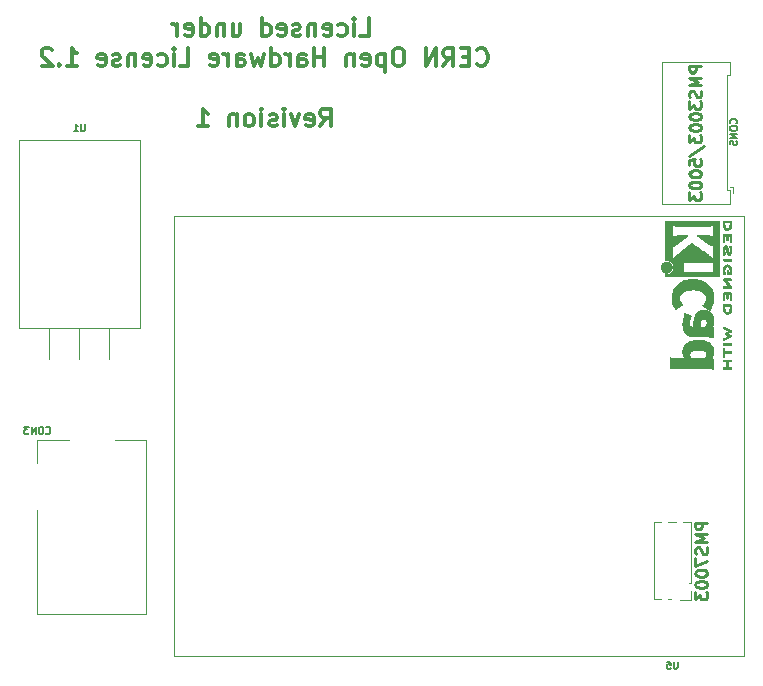
<source format=gbr>
G04 #@! TF.FileFunction,Legend,Bot*
%FSLAX46Y46*%
G04 Gerber Fmt 4.6, Leading zero omitted, Abs format (unit mm)*
G04 Created by KiCad (PCBNEW 4.0.7) date 2018 March 10, Saturday 13:23:40*
%MOMM*%
%LPD*%
G01*
G04 APERTURE LIST*
%ADD10C,0.100000*%
%ADD11C,0.250000*%
%ADD12C,0.300000*%
%ADD13C,0.120000*%
%ADD14C,0.010000*%
%ADD15C,0.150000*%
G04 APERTURE END LIST*
D10*
D11*
X124452381Y-47107143D02*
X123452381Y-47107143D01*
X123452381Y-47488096D01*
X123500000Y-47583334D01*
X123547619Y-47630953D01*
X123642857Y-47678572D01*
X123785714Y-47678572D01*
X123880952Y-47630953D01*
X123928571Y-47583334D01*
X123976190Y-47488096D01*
X123976190Y-47107143D01*
X124452381Y-48107143D02*
X123452381Y-48107143D01*
X124166667Y-48440477D01*
X123452381Y-48773810D01*
X124452381Y-48773810D01*
X124404762Y-49202381D02*
X124452381Y-49345238D01*
X124452381Y-49583334D01*
X124404762Y-49678572D01*
X124357143Y-49726191D01*
X124261905Y-49773810D01*
X124166667Y-49773810D01*
X124071429Y-49726191D01*
X124023810Y-49678572D01*
X123976190Y-49583334D01*
X123928571Y-49392857D01*
X123880952Y-49297619D01*
X123833333Y-49250000D01*
X123738095Y-49202381D01*
X123642857Y-49202381D01*
X123547619Y-49250000D01*
X123500000Y-49297619D01*
X123452381Y-49392857D01*
X123452381Y-49630953D01*
X123500000Y-49773810D01*
X123452381Y-50107143D02*
X123452381Y-50726191D01*
X123833333Y-50392857D01*
X123833333Y-50535715D01*
X123880952Y-50630953D01*
X123928571Y-50678572D01*
X124023810Y-50726191D01*
X124261905Y-50726191D01*
X124357143Y-50678572D01*
X124404762Y-50630953D01*
X124452381Y-50535715D01*
X124452381Y-50250000D01*
X124404762Y-50154762D01*
X124357143Y-50107143D01*
X123452381Y-51345238D02*
X123452381Y-51440477D01*
X123500000Y-51535715D01*
X123547619Y-51583334D01*
X123642857Y-51630953D01*
X123833333Y-51678572D01*
X124071429Y-51678572D01*
X124261905Y-51630953D01*
X124357143Y-51583334D01*
X124404762Y-51535715D01*
X124452381Y-51440477D01*
X124452381Y-51345238D01*
X124404762Y-51250000D01*
X124357143Y-51202381D01*
X124261905Y-51154762D01*
X124071429Y-51107143D01*
X123833333Y-51107143D01*
X123642857Y-51154762D01*
X123547619Y-51202381D01*
X123500000Y-51250000D01*
X123452381Y-51345238D01*
X123452381Y-52297619D02*
X123452381Y-52392858D01*
X123500000Y-52488096D01*
X123547619Y-52535715D01*
X123642857Y-52583334D01*
X123833333Y-52630953D01*
X124071429Y-52630953D01*
X124261905Y-52583334D01*
X124357143Y-52535715D01*
X124404762Y-52488096D01*
X124452381Y-52392858D01*
X124452381Y-52297619D01*
X124404762Y-52202381D01*
X124357143Y-52154762D01*
X124261905Y-52107143D01*
X124071429Y-52059524D01*
X123833333Y-52059524D01*
X123642857Y-52107143D01*
X123547619Y-52154762D01*
X123500000Y-52202381D01*
X123452381Y-52297619D01*
X123452381Y-52964286D02*
X123452381Y-53583334D01*
X123833333Y-53250000D01*
X123833333Y-53392858D01*
X123880952Y-53488096D01*
X123928571Y-53535715D01*
X124023810Y-53583334D01*
X124261905Y-53583334D01*
X124357143Y-53535715D01*
X124404762Y-53488096D01*
X124452381Y-53392858D01*
X124452381Y-53107143D01*
X124404762Y-53011905D01*
X124357143Y-52964286D01*
X123404762Y-54726191D02*
X124690476Y-53869048D01*
X123452381Y-55535715D02*
X123452381Y-55059524D01*
X123928571Y-55011905D01*
X123880952Y-55059524D01*
X123833333Y-55154762D01*
X123833333Y-55392858D01*
X123880952Y-55488096D01*
X123928571Y-55535715D01*
X124023810Y-55583334D01*
X124261905Y-55583334D01*
X124357143Y-55535715D01*
X124404762Y-55488096D01*
X124452381Y-55392858D01*
X124452381Y-55154762D01*
X124404762Y-55059524D01*
X124357143Y-55011905D01*
X123452381Y-56202381D02*
X123452381Y-56297620D01*
X123500000Y-56392858D01*
X123547619Y-56440477D01*
X123642857Y-56488096D01*
X123833333Y-56535715D01*
X124071429Y-56535715D01*
X124261905Y-56488096D01*
X124357143Y-56440477D01*
X124404762Y-56392858D01*
X124452381Y-56297620D01*
X124452381Y-56202381D01*
X124404762Y-56107143D01*
X124357143Y-56059524D01*
X124261905Y-56011905D01*
X124071429Y-55964286D01*
X123833333Y-55964286D01*
X123642857Y-56011905D01*
X123547619Y-56059524D01*
X123500000Y-56107143D01*
X123452381Y-56202381D01*
X123452381Y-57154762D02*
X123452381Y-57250001D01*
X123500000Y-57345239D01*
X123547619Y-57392858D01*
X123642857Y-57440477D01*
X123833333Y-57488096D01*
X124071429Y-57488096D01*
X124261905Y-57440477D01*
X124357143Y-57392858D01*
X124404762Y-57345239D01*
X124452381Y-57250001D01*
X124452381Y-57154762D01*
X124404762Y-57059524D01*
X124357143Y-57011905D01*
X124261905Y-56964286D01*
X124071429Y-56916667D01*
X123833333Y-56916667D01*
X123642857Y-56964286D01*
X123547619Y-57011905D01*
X123500000Y-57059524D01*
X123452381Y-57154762D01*
X123452381Y-57821429D02*
X123452381Y-58440477D01*
X123833333Y-58107143D01*
X123833333Y-58250001D01*
X123880952Y-58345239D01*
X123928571Y-58392858D01*
X124023810Y-58440477D01*
X124261905Y-58440477D01*
X124357143Y-58392858D01*
X124404762Y-58345239D01*
X124452381Y-58250001D01*
X124452381Y-57964286D01*
X124404762Y-57869048D01*
X124357143Y-57821429D01*
X124952381Y-85785714D02*
X123952381Y-85785714D01*
X123952381Y-86166667D01*
X124000000Y-86261905D01*
X124047619Y-86309524D01*
X124142857Y-86357143D01*
X124285714Y-86357143D01*
X124380952Y-86309524D01*
X124428571Y-86261905D01*
X124476190Y-86166667D01*
X124476190Y-85785714D01*
X124952381Y-86785714D02*
X123952381Y-86785714D01*
X124666667Y-87119048D01*
X123952381Y-87452381D01*
X124952381Y-87452381D01*
X124904762Y-87880952D02*
X124952381Y-88023809D01*
X124952381Y-88261905D01*
X124904762Y-88357143D01*
X124857143Y-88404762D01*
X124761905Y-88452381D01*
X124666667Y-88452381D01*
X124571429Y-88404762D01*
X124523810Y-88357143D01*
X124476190Y-88261905D01*
X124428571Y-88071428D01*
X124380952Y-87976190D01*
X124333333Y-87928571D01*
X124238095Y-87880952D01*
X124142857Y-87880952D01*
X124047619Y-87928571D01*
X124000000Y-87976190D01*
X123952381Y-88071428D01*
X123952381Y-88309524D01*
X124000000Y-88452381D01*
X123952381Y-88785714D02*
X123952381Y-89452381D01*
X124952381Y-89023809D01*
X123952381Y-90023809D02*
X123952381Y-90119048D01*
X124000000Y-90214286D01*
X124047619Y-90261905D01*
X124142857Y-90309524D01*
X124333333Y-90357143D01*
X124571429Y-90357143D01*
X124761905Y-90309524D01*
X124857143Y-90261905D01*
X124904762Y-90214286D01*
X124952381Y-90119048D01*
X124952381Y-90023809D01*
X124904762Y-89928571D01*
X124857143Y-89880952D01*
X124761905Y-89833333D01*
X124571429Y-89785714D01*
X124333333Y-89785714D01*
X124142857Y-89833333D01*
X124047619Y-89880952D01*
X124000000Y-89928571D01*
X123952381Y-90023809D01*
X123952381Y-90976190D02*
X123952381Y-91071429D01*
X124000000Y-91166667D01*
X124047619Y-91214286D01*
X124142857Y-91261905D01*
X124333333Y-91309524D01*
X124571429Y-91309524D01*
X124761905Y-91261905D01*
X124857143Y-91214286D01*
X124904762Y-91166667D01*
X124952381Y-91071429D01*
X124952381Y-90976190D01*
X124904762Y-90880952D01*
X124857143Y-90833333D01*
X124761905Y-90785714D01*
X124571429Y-90738095D01*
X124333333Y-90738095D01*
X124142857Y-90785714D01*
X124047619Y-90833333D01*
X124000000Y-90880952D01*
X123952381Y-90976190D01*
X123952381Y-91642857D02*
X123952381Y-92261905D01*
X124333333Y-91928571D01*
X124333333Y-92071429D01*
X124380952Y-92166667D01*
X124428571Y-92214286D01*
X124523810Y-92261905D01*
X124761905Y-92261905D01*
X124857143Y-92214286D01*
X124904762Y-92166667D01*
X124952381Y-92071429D01*
X124952381Y-91785714D01*
X124904762Y-91690476D01*
X124857143Y-91642857D01*
D12*
X95571428Y-44578571D02*
X96285714Y-44578571D01*
X96285714Y-43078571D01*
X95071428Y-44578571D02*
X95071428Y-43578571D01*
X95071428Y-43078571D02*
X95142857Y-43150000D01*
X95071428Y-43221429D01*
X95000000Y-43150000D01*
X95071428Y-43078571D01*
X95071428Y-43221429D01*
X93714285Y-44507143D02*
X93857142Y-44578571D01*
X94142856Y-44578571D01*
X94285714Y-44507143D01*
X94357142Y-44435714D01*
X94428571Y-44292857D01*
X94428571Y-43864286D01*
X94357142Y-43721429D01*
X94285714Y-43650000D01*
X94142856Y-43578571D01*
X93857142Y-43578571D01*
X93714285Y-43650000D01*
X92500000Y-44507143D02*
X92642857Y-44578571D01*
X92928571Y-44578571D01*
X93071428Y-44507143D01*
X93142857Y-44364286D01*
X93142857Y-43792857D01*
X93071428Y-43650000D01*
X92928571Y-43578571D01*
X92642857Y-43578571D01*
X92500000Y-43650000D01*
X92428571Y-43792857D01*
X92428571Y-43935714D01*
X93142857Y-44078571D01*
X91785714Y-43578571D02*
X91785714Y-44578571D01*
X91785714Y-43721429D02*
X91714286Y-43650000D01*
X91571428Y-43578571D01*
X91357143Y-43578571D01*
X91214286Y-43650000D01*
X91142857Y-43792857D01*
X91142857Y-44578571D01*
X90500000Y-44507143D02*
X90357143Y-44578571D01*
X90071428Y-44578571D01*
X89928571Y-44507143D01*
X89857143Y-44364286D01*
X89857143Y-44292857D01*
X89928571Y-44150000D01*
X90071428Y-44078571D01*
X90285714Y-44078571D01*
X90428571Y-44007143D01*
X90500000Y-43864286D01*
X90500000Y-43792857D01*
X90428571Y-43650000D01*
X90285714Y-43578571D01*
X90071428Y-43578571D01*
X89928571Y-43650000D01*
X88642857Y-44507143D02*
X88785714Y-44578571D01*
X89071428Y-44578571D01*
X89214285Y-44507143D01*
X89285714Y-44364286D01*
X89285714Y-43792857D01*
X89214285Y-43650000D01*
X89071428Y-43578571D01*
X88785714Y-43578571D01*
X88642857Y-43650000D01*
X88571428Y-43792857D01*
X88571428Y-43935714D01*
X89285714Y-44078571D01*
X87285714Y-44578571D02*
X87285714Y-43078571D01*
X87285714Y-44507143D02*
X87428571Y-44578571D01*
X87714285Y-44578571D01*
X87857143Y-44507143D01*
X87928571Y-44435714D01*
X88000000Y-44292857D01*
X88000000Y-43864286D01*
X87928571Y-43721429D01*
X87857143Y-43650000D01*
X87714285Y-43578571D01*
X87428571Y-43578571D01*
X87285714Y-43650000D01*
X84785714Y-43578571D02*
X84785714Y-44578571D01*
X85428571Y-43578571D02*
X85428571Y-44364286D01*
X85357143Y-44507143D01*
X85214285Y-44578571D01*
X85000000Y-44578571D01*
X84857143Y-44507143D01*
X84785714Y-44435714D01*
X84071428Y-43578571D02*
X84071428Y-44578571D01*
X84071428Y-43721429D02*
X84000000Y-43650000D01*
X83857142Y-43578571D01*
X83642857Y-43578571D01*
X83500000Y-43650000D01*
X83428571Y-43792857D01*
X83428571Y-44578571D01*
X82071428Y-44578571D02*
X82071428Y-43078571D01*
X82071428Y-44507143D02*
X82214285Y-44578571D01*
X82499999Y-44578571D01*
X82642857Y-44507143D01*
X82714285Y-44435714D01*
X82785714Y-44292857D01*
X82785714Y-43864286D01*
X82714285Y-43721429D01*
X82642857Y-43650000D01*
X82499999Y-43578571D01*
X82214285Y-43578571D01*
X82071428Y-43650000D01*
X80785714Y-44507143D02*
X80928571Y-44578571D01*
X81214285Y-44578571D01*
X81357142Y-44507143D01*
X81428571Y-44364286D01*
X81428571Y-43792857D01*
X81357142Y-43650000D01*
X81214285Y-43578571D01*
X80928571Y-43578571D01*
X80785714Y-43650000D01*
X80714285Y-43792857D01*
X80714285Y-43935714D01*
X81428571Y-44078571D01*
X80071428Y-44578571D02*
X80071428Y-43578571D01*
X80071428Y-43864286D02*
X80000000Y-43721429D01*
X79928571Y-43650000D01*
X79785714Y-43578571D01*
X79642857Y-43578571D01*
X105464285Y-46985714D02*
X105535714Y-47057143D01*
X105750000Y-47128571D01*
X105892857Y-47128571D01*
X106107142Y-47057143D01*
X106250000Y-46914286D01*
X106321428Y-46771429D01*
X106392857Y-46485714D01*
X106392857Y-46271429D01*
X106321428Y-45985714D01*
X106250000Y-45842857D01*
X106107142Y-45700000D01*
X105892857Y-45628571D01*
X105750000Y-45628571D01*
X105535714Y-45700000D01*
X105464285Y-45771429D01*
X104821428Y-46342857D02*
X104321428Y-46342857D01*
X104107142Y-47128571D02*
X104821428Y-47128571D01*
X104821428Y-45628571D01*
X104107142Y-45628571D01*
X102607142Y-47128571D02*
X103107142Y-46414286D01*
X103464285Y-47128571D02*
X103464285Y-45628571D01*
X102892857Y-45628571D01*
X102749999Y-45700000D01*
X102678571Y-45771429D01*
X102607142Y-45914286D01*
X102607142Y-46128571D01*
X102678571Y-46271429D01*
X102749999Y-46342857D01*
X102892857Y-46414286D01*
X103464285Y-46414286D01*
X101964285Y-47128571D02*
X101964285Y-45628571D01*
X101107142Y-47128571D01*
X101107142Y-45628571D01*
X98964285Y-45628571D02*
X98678571Y-45628571D01*
X98535713Y-45700000D01*
X98392856Y-45842857D01*
X98321428Y-46128571D01*
X98321428Y-46628571D01*
X98392856Y-46914286D01*
X98535713Y-47057143D01*
X98678571Y-47128571D01*
X98964285Y-47128571D01*
X99107142Y-47057143D01*
X99249999Y-46914286D01*
X99321428Y-46628571D01*
X99321428Y-46128571D01*
X99249999Y-45842857D01*
X99107142Y-45700000D01*
X98964285Y-45628571D01*
X97678570Y-46128571D02*
X97678570Y-47628571D01*
X97678570Y-46200000D02*
X97535713Y-46128571D01*
X97249999Y-46128571D01*
X97107142Y-46200000D01*
X97035713Y-46271429D01*
X96964284Y-46414286D01*
X96964284Y-46842857D01*
X97035713Y-46985714D01*
X97107142Y-47057143D01*
X97249999Y-47128571D01*
X97535713Y-47128571D01*
X97678570Y-47057143D01*
X95749999Y-47057143D02*
X95892856Y-47128571D01*
X96178570Y-47128571D01*
X96321427Y-47057143D01*
X96392856Y-46914286D01*
X96392856Y-46342857D01*
X96321427Y-46200000D01*
X96178570Y-46128571D01*
X95892856Y-46128571D01*
X95749999Y-46200000D01*
X95678570Y-46342857D01*
X95678570Y-46485714D01*
X96392856Y-46628571D01*
X95035713Y-46128571D02*
X95035713Y-47128571D01*
X95035713Y-46271429D02*
X94964285Y-46200000D01*
X94821427Y-46128571D01*
X94607142Y-46128571D01*
X94464285Y-46200000D01*
X94392856Y-46342857D01*
X94392856Y-47128571D01*
X92535713Y-47128571D02*
X92535713Y-45628571D01*
X92535713Y-46342857D02*
X91678570Y-46342857D01*
X91678570Y-47128571D02*
X91678570Y-45628571D01*
X90321427Y-47128571D02*
X90321427Y-46342857D01*
X90392856Y-46200000D01*
X90535713Y-46128571D01*
X90821427Y-46128571D01*
X90964284Y-46200000D01*
X90321427Y-47057143D02*
X90464284Y-47128571D01*
X90821427Y-47128571D01*
X90964284Y-47057143D01*
X91035713Y-46914286D01*
X91035713Y-46771429D01*
X90964284Y-46628571D01*
X90821427Y-46557143D01*
X90464284Y-46557143D01*
X90321427Y-46485714D01*
X89607141Y-47128571D02*
X89607141Y-46128571D01*
X89607141Y-46414286D02*
X89535713Y-46271429D01*
X89464284Y-46200000D01*
X89321427Y-46128571D01*
X89178570Y-46128571D01*
X88035713Y-47128571D02*
X88035713Y-45628571D01*
X88035713Y-47057143D02*
X88178570Y-47128571D01*
X88464284Y-47128571D01*
X88607142Y-47057143D01*
X88678570Y-46985714D01*
X88749999Y-46842857D01*
X88749999Y-46414286D01*
X88678570Y-46271429D01*
X88607142Y-46200000D01*
X88464284Y-46128571D01*
X88178570Y-46128571D01*
X88035713Y-46200000D01*
X87464284Y-46128571D02*
X87178570Y-47128571D01*
X86892856Y-46414286D01*
X86607141Y-47128571D01*
X86321427Y-46128571D01*
X85107141Y-47128571D02*
X85107141Y-46342857D01*
X85178570Y-46200000D01*
X85321427Y-46128571D01*
X85607141Y-46128571D01*
X85749998Y-46200000D01*
X85107141Y-47057143D02*
X85249998Y-47128571D01*
X85607141Y-47128571D01*
X85749998Y-47057143D01*
X85821427Y-46914286D01*
X85821427Y-46771429D01*
X85749998Y-46628571D01*
X85607141Y-46557143D01*
X85249998Y-46557143D01*
X85107141Y-46485714D01*
X84392855Y-47128571D02*
X84392855Y-46128571D01*
X84392855Y-46414286D02*
X84321427Y-46271429D01*
X84249998Y-46200000D01*
X84107141Y-46128571D01*
X83964284Y-46128571D01*
X82892856Y-47057143D02*
X83035713Y-47128571D01*
X83321427Y-47128571D01*
X83464284Y-47057143D01*
X83535713Y-46914286D01*
X83535713Y-46342857D01*
X83464284Y-46200000D01*
X83321427Y-46128571D01*
X83035713Y-46128571D01*
X82892856Y-46200000D01*
X82821427Y-46342857D01*
X82821427Y-46485714D01*
X83535713Y-46628571D01*
X80321427Y-47128571D02*
X81035713Y-47128571D01*
X81035713Y-45628571D01*
X79821427Y-47128571D02*
X79821427Y-46128571D01*
X79821427Y-45628571D02*
X79892856Y-45700000D01*
X79821427Y-45771429D01*
X79749999Y-45700000D01*
X79821427Y-45628571D01*
X79821427Y-45771429D01*
X78464284Y-47057143D02*
X78607141Y-47128571D01*
X78892855Y-47128571D01*
X79035713Y-47057143D01*
X79107141Y-46985714D01*
X79178570Y-46842857D01*
X79178570Y-46414286D01*
X79107141Y-46271429D01*
X79035713Y-46200000D01*
X78892855Y-46128571D01*
X78607141Y-46128571D01*
X78464284Y-46200000D01*
X77249999Y-47057143D02*
X77392856Y-47128571D01*
X77678570Y-47128571D01*
X77821427Y-47057143D01*
X77892856Y-46914286D01*
X77892856Y-46342857D01*
X77821427Y-46200000D01*
X77678570Y-46128571D01*
X77392856Y-46128571D01*
X77249999Y-46200000D01*
X77178570Y-46342857D01*
X77178570Y-46485714D01*
X77892856Y-46628571D01*
X76535713Y-46128571D02*
X76535713Y-47128571D01*
X76535713Y-46271429D02*
X76464285Y-46200000D01*
X76321427Y-46128571D01*
X76107142Y-46128571D01*
X75964285Y-46200000D01*
X75892856Y-46342857D01*
X75892856Y-47128571D01*
X75249999Y-47057143D02*
X75107142Y-47128571D01*
X74821427Y-47128571D01*
X74678570Y-47057143D01*
X74607142Y-46914286D01*
X74607142Y-46842857D01*
X74678570Y-46700000D01*
X74821427Y-46628571D01*
X75035713Y-46628571D01*
X75178570Y-46557143D01*
X75249999Y-46414286D01*
X75249999Y-46342857D01*
X75178570Y-46200000D01*
X75035713Y-46128571D01*
X74821427Y-46128571D01*
X74678570Y-46200000D01*
X73392856Y-47057143D02*
X73535713Y-47128571D01*
X73821427Y-47128571D01*
X73964284Y-47057143D01*
X74035713Y-46914286D01*
X74035713Y-46342857D01*
X73964284Y-46200000D01*
X73821427Y-46128571D01*
X73535713Y-46128571D01*
X73392856Y-46200000D01*
X73321427Y-46342857D01*
X73321427Y-46485714D01*
X74035713Y-46628571D01*
X70749999Y-47128571D02*
X71607142Y-47128571D01*
X71178570Y-47128571D02*
X71178570Y-45628571D01*
X71321427Y-45842857D01*
X71464285Y-45985714D01*
X71607142Y-46057143D01*
X70107142Y-46985714D02*
X70035714Y-47057143D01*
X70107142Y-47128571D01*
X70178571Y-47057143D01*
X70107142Y-46985714D01*
X70107142Y-47128571D01*
X69464285Y-45771429D02*
X69392856Y-45700000D01*
X69249999Y-45628571D01*
X68892856Y-45628571D01*
X68749999Y-45700000D01*
X68678570Y-45771429D01*
X68607142Y-45914286D01*
X68607142Y-46057143D01*
X68678570Y-46271429D01*
X69535713Y-47128571D01*
X68607142Y-47128571D01*
X92214285Y-52228571D02*
X92714285Y-51514286D01*
X93071428Y-52228571D02*
X93071428Y-50728571D01*
X92500000Y-50728571D01*
X92357142Y-50800000D01*
X92285714Y-50871429D01*
X92214285Y-51014286D01*
X92214285Y-51228571D01*
X92285714Y-51371429D01*
X92357142Y-51442857D01*
X92500000Y-51514286D01*
X93071428Y-51514286D01*
X91000000Y-52157143D02*
X91142857Y-52228571D01*
X91428571Y-52228571D01*
X91571428Y-52157143D01*
X91642857Y-52014286D01*
X91642857Y-51442857D01*
X91571428Y-51300000D01*
X91428571Y-51228571D01*
X91142857Y-51228571D01*
X91000000Y-51300000D01*
X90928571Y-51442857D01*
X90928571Y-51585714D01*
X91642857Y-51728571D01*
X90428571Y-51228571D02*
X90071428Y-52228571D01*
X89714286Y-51228571D01*
X89142857Y-52228571D02*
X89142857Y-51228571D01*
X89142857Y-50728571D02*
X89214286Y-50800000D01*
X89142857Y-50871429D01*
X89071429Y-50800000D01*
X89142857Y-50728571D01*
X89142857Y-50871429D01*
X88500000Y-52157143D02*
X88357143Y-52228571D01*
X88071428Y-52228571D01*
X87928571Y-52157143D01*
X87857143Y-52014286D01*
X87857143Y-51942857D01*
X87928571Y-51800000D01*
X88071428Y-51728571D01*
X88285714Y-51728571D01*
X88428571Y-51657143D01*
X88500000Y-51514286D01*
X88500000Y-51442857D01*
X88428571Y-51300000D01*
X88285714Y-51228571D01*
X88071428Y-51228571D01*
X87928571Y-51300000D01*
X87214285Y-52228571D02*
X87214285Y-51228571D01*
X87214285Y-50728571D02*
X87285714Y-50800000D01*
X87214285Y-50871429D01*
X87142857Y-50800000D01*
X87214285Y-50728571D01*
X87214285Y-50871429D01*
X86285713Y-52228571D02*
X86428571Y-52157143D01*
X86499999Y-52085714D01*
X86571428Y-51942857D01*
X86571428Y-51514286D01*
X86499999Y-51371429D01*
X86428571Y-51300000D01*
X86285713Y-51228571D01*
X86071428Y-51228571D01*
X85928571Y-51300000D01*
X85857142Y-51371429D01*
X85785713Y-51514286D01*
X85785713Y-51942857D01*
X85857142Y-52085714D01*
X85928571Y-52157143D01*
X86071428Y-52228571D01*
X86285713Y-52228571D01*
X85142856Y-51228571D02*
X85142856Y-52228571D01*
X85142856Y-51371429D02*
X85071428Y-51300000D01*
X84928570Y-51228571D01*
X84714285Y-51228571D01*
X84571428Y-51300000D01*
X84499999Y-51442857D01*
X84499999Y-52228571D01*
X81857142Y-52228571D02*
X82714285Y-52228571D01*
X82285713Y-52228571D02*
X82285713Y-50728571D01*
X82428570Y-50942857D01*
X82571428Y-51085714D01*
X82714285Y-51157143D01*
D13*
X128100000Y-97100000D02*
X79800000Y-97100000D01*
X79800000Y-97100000D02*
X79800000Y-59800000D01*
X79800000Y-59800000D02*
X128100000Y-59800000D01*
X128100000Y-59800000D02*
X128100000Y-97100000D01*
X120415000Y-92235000D02*
X121057470Y-92235000D01*
X121672530Y-92235000D02*
X121875000Y-92235000D01*
X120415000Y-92235000D02*
X120415000Y-85765000D01*
X122942530Y-85765000D02*
X123585000Y-85765000D01*
X120415000Y-85765000D02*
X121057470Y-85765000D01*
X121672530Y-85765000D02*
X122327470Y-85765000D01*
X123585000Y-90905000D02*
X123585000Y-85765000D01*
X123395000Y-90905000D02*
X123585000Y-90905000D01*
X123585000Y-92300000D02*
X123585000Y-91540000D01*
X122635000Y-92300000D02*
X123585000Y-92300000D01*
X68250000Y-84700000D02*
X68250000Y-93500000D01*
X68250000Y-93500000D02*
X77450000Y-93500000D01*
X70950000Y-78800000D02*
X68250000Y-78800000D01*
X68250000Y-78800000D02*
X68250000Y-80700000D01*
X77450000Y-93500000D02*
X77450000Y-78800000D01*
X77450000Y-78800000D02*
X74850000Y-78800000D01*
X126850000Y-57400000D02*
X127150000Y-57400000D01*
X127150000Y-57400000D02*
X127150000Y-57900000D01*
X126600000Y-52775000D02*
X126600000Y-57650000D01*
X126600000Y-57650000D02*
X126900000Y-57650000D01*
X126900000Y-57650000D02*
X126900000Y-58800000D01*
X126900000Y-58800000D02*
X121100000Y-58800000D01*
X121100000Y-58800000D02*
X121100000Y-52775000D01*
X126600000Y-52775000D02*
X126600000Y-47900000D01*
X126600000Y-47900000D02*
X126900000Y-47900000D01*
X126900000Y-47900000D02*
X126900000Y-46750000D01*
X126900000Y-46750000D02*
X121100000Y-46750000D01*
X121100000Y-46750000D02*
X121100000Y-52775000D01*
X76920000Y-69270000D02*
X66680000Y-69270000D01*
X76920000Y-53380000D02*
X66680000Y-53380000D01*
X76920000Y-53380000D02*
X76920000Y-69270000D01*
X66680000Y-53380000D02*
X66680000Y-69270000D01*
X74340000Y-69270000D02*
X74340000Y-71910000D01*
X71800000Y-69270000D02*
X71800000Y-71894000D01*
X69260000Y-69270000D02*
X69260000Y-71894000D01*
D14*
G36*
X126269066Y-60378629D02*
X126269467Y-60418111D01*
X126272259Y-60533800D01*
X126280550Y-60630689D01*
X126295232Y-60712081D01*
X126317193Y-60781277D01*
X126347322Y-60841580D01*
X126386510Y-60896292D01*
X126403532Y-60915833D01*
X126443363Y-60948250D01*
X126497413Y-60977480D01*
X126557323Y-61000009D01*
X126614739Y-61012321D01*
X126635956Y-61013600D01*
X126694769Y-61005583D01*
X126759013Y-60984101D01*
X126819821Y-60953001D01*
X126868330Y-60916134D01*
X126874182Y-60910146D01*
X126915321Y-60859421D01*
X126947435Y-60803875D01*
X126971365Y-60740304D01*
X126987953Y-60665506D01*
X126998041Y-60576278D01*
X127002469Y-60469418D01*
X127002845Y-60420472D01*
X127002545Y-60358238D01*
X127001292Y-60314472D01*
X126998554Y-60285069D01*
X126993801Y-60265921D01*
X126986501Y-60252923D01*
X126980267Y-60245955D01*
X126972694Y-60239374D01*
X126962924Y-60234212D01*
X126948340Y-60230297D01*
X126926326Y-60227457D01*
X126894264Y-60225520D01*
X126849536Y-60224316D01*
X126789526Y-60223672D01*
X126711617Y-60223417D01*
X126635956Y-60223378D01*
X126535041Y-60223130D01*
X126454427Y-60223183D01*
X126415822Y-60224143D01*
X126415822Y-60370133D01*
X126856089Y-60370133D01*
X126856004Y-60463266D01*
X126854396Y-60519307D01*
X126850256Y-60578001D01*
X126844464Y-60626972D01*
X126844226Y-60628462D01*
X126825090Y-60707608D01*
X126795287Y-60768998D01*
X126752878Y-60815695D01*
X126706961Y-60845365D01*
X126656026Y-60863647D01*
X126608200Y-60862229D01*
X126556933Y-60841012D01*
X126503899Y-60799511D01*
X126464600Y-60742002D01*
X126438331Y-60667250D01*
X126429035Y-60617292D01*
X126422507Y-60560584D01*
X126417782Y-60500481D01*
X126415817Y-60449361D01*
X126415808Y-60446333D01*
X126415822Y-60370133D01*
X126415822Y-60224143D01*
X126391851Y-60224740D01*
X126345055Y-60229002D01*
X126311778Y-60237170D01*
X126289759Y-60250444D01*
X126276739Y-60270026D01*
X126270457Y-60297117D01*
X126268653Y-60332918D01*
X126269066Y-60378629D01*
X126269066Y-60378629D01*
G37*
X126269066Y-60378629D02*
X126269467Y-60418111D01*
X126272259Y-60533800D01*
X126280550Y-60630689D01*
X126295232Y-60712081D01*
X126317193Y-60781277D01*
X126347322Y-60841580D01*
X126386510Y-60896292D01*
X126403532Y-60915833D01*
X126443363Y-60948250D01*
X126497413Y-60977480D01*
X126557323Y-61000009D01*
X126614739Y-61012321D01*
X126635956Y-61013600D01*
X126694769Y-61005583D01*
X126759013Y-60984101D01*
X126819821Y-60953001D01*
X126868330Y-60916134D01*
X126874182Y-60910146D01*
X126915321Y-60859421D01*
X126947435Y-60803875D01*
X126971365Y-60740304D01*
X126987953Y-60665506D01*
X126998041Y-60576278D01*
X127002469Y-60469418D01*
X127002845Y-60420472D01*
X127002545Y-60358238D01*
X127001292Y-60314472D01*
X126998554Y-60285069D01*
X126993801Y-60265921D01*
X126986501Y-60252923D01*
X126980267Y-60245955D01*
X126972694Y-60239374D01*
X126962924Y-60234212D01*
X126948340Y-60230297D01*
X126926326Y-60227457D01*
X126894264Y-60225520D01*
X126849536Y-60224316D01*
X126789526Y-60223672D01*
X126711617Y-60223417D01*
X126635956Y-60223378D01*
X126535041Y-60223130D01*
X126454427Y-60223183D01*
X126415822Y-60224143D01*
X126415822Y-60370133D01*
X126856089Y-60370133D01*
X126856004Y-60463266D01*
X126854396Y-60519307D01*
X126850256Y-60578001D01*
X126844464Y-60626972D01*
X126844226Y-60628462D01*
X126825090Y-60707608D01*
X126795287Y-60768998D01*
X126752878Y-60815695D01*
X126706961Y-60845365D01*
X126656026Y-60863647D01*
X126608200Y-60862229D01*
X126556933Y-60841012D01*
X126503899Y-60799511D01*
X126464600Y-60742002D01*
X126438331Y-60667250D01*
X126429035Y-60617292D01*
X126422507Y-60560584D01*
X126417782Y-60500481D01*
X126415817Y-60449361D01*
X126415808Y-60446333D01*
X126415822Y-60370133D01*
X126415822Y-60224143D01*
X126391851Y-60224740D01*
X126345055Y-60229002D01*
X126311778Y-60237170D01*
X126289759Y-60250444D01*
X126276739Y-60270026D01*
X126270457Y-60297117D01*
X126268653Y-60332918D01*
X126269066Y-60378629D01*
G36*
X126269146Y-61787206D02*
X126269518Y-61856614D01*
X126270385Y-61909003D01*
X126271946Y-61947153D01*
X126274403Y-61973841D01*
X126277957Y-61991847D01*
X126282810Y-62003951D01*
X126289161Y-62012931D01*
X126292084Y-62016182D01*
X126323142Y-62035957D01*
X126358828Y-62039518D01*
X126390510Y-62026509D01*
X126396913Y-62020494D01*
X126403121Y-62010765D01*
X126407910Y-61995099D01*
X126411514Y-61970592D01*
X126414164Y-61934339D01*
X126416095Y-61883435D01*
X126417539Y-61814974D01*
X126418418Y-61752383D01*
X126421467Y-61504666D01*
X126486378Y-61501281D01*
X126551289Y-61497895D01*
X126551289Y-61666042D01*
X126551919Y-61739041D01*
X126554553Y-61792483D01*
X126560309Y-61829372D01*
X126570304Y-61852712D01*
X126585656Y-61865506D01*
X126607482Y-61870758D01*
X126627738Y-61871555D01*
X126652592Y-61869077D01*
X126670906Y-61859723D01*
X126683637Y-61840617D01*
X126691741Y-61808882D01*
X126696176Y-61761641D01*
X126697899Y-61696017D01*
X126698045Y-61660199D01*
X126698045Y-61499022D01*
X126856089Y-61499022D01*
X126856089Y-61747378D01*
X126856202Y-61828787D01*
X126856712Y-61890658D01*
X126857870Y-61936032D01*
X126859930Y-61967946D01*
X126863146Y-61989441D01*
X126867772Y-62003557D01*
X126874059Y-62013332D01*
X126878667Y-62018311D01*
X126905560Y-62035390D01*
X126929467Y-62040889D01*
X126958667Y-62033037D01*
X126980267Y-62018311D01*
X126987066Y-62010454D01*
X126992346Y-62000312D01*
X126996298Y-61985156D01*
X126999113Y-61962259D01*
X127000982Y-61928891D01*
X127002098Y-61882325D01*
X127002651Y-61819833D01*
X127002833Y-61738686D01*
X127002845Y-61696578D01*
X127002765Y-61606402D01*
X127002398Y-61536076D01*
X127001552Y-61482871D01*
X127000036Y-61444060D01*
X126997659Y-61416913D01*
X126994229Y-61398702D01*
X126989554Y-61386700D01*
X126983444Y-61378178D01*
X126980267Y-61374844D01*
X126972670Y-61368245D01*
X126962870Y-61363073D01*
X126948239Y-61359154D01*
X126926152Y-61356316D01*
X126893982Y-61354385D01*
X126849103Y-61353188D01*
X126788889Y-61352552D01*
X126710713Y-61352303D01*
X126637923Y-61352266D01*
X126544707Y-61352300D01*
X126471431Y-61352535D01*
X126415458Y-61353170D01*
X126374151Y-61354406D01*
X126344872Y-61356444D01*
X126324984Y-61359483D01*
X126311850Y-61363723D01*
X126302832Y-61369365D01*
X126295293Y-61376609D01*
X126293612Y-61378394D01*
X126286172Y-61387055D01*
X126280409Y-61397118D01*
X126276112Y-61411375D01*
X126273064Y-61432617D01*
X126271051Y-61463636D01*
X126269860Y-61507223D01*
X126269275Y-61566169D01*
X126269083Y-61643266D01*
X126269067Y-61697999D01*
X126269146Y-61787206D01*
X126269146Y-61787206D01*
G37*
X126269146Y-61787206D02*
X126269518Y-61856614D01*
X126270385Y-61909003D01*
X126271946Y-61947153D01*
X126274403Y-61973841D01*
X126277957Y-61991847D01*
X126282810Y-62003951D01*
X126289161Y-62012931D01*
X126292084Y-62016182D01*
X126323142Y-62035957D01*
X126358828Y-62039518D01*
X126390510Y-62026509D01*
X126396913Y-62020494D01*
X126403121Y-62010765D01*
X126407910Y-61995099D01*
X126411514Y-61970592D01*
X126414164Y-61934339D01*
X126416095Y-61883435D01*
X126417539Y-61814974D01*
X126418418Y-61752383D01*
X126421467Y-61504666D01*
X126486378Y-61501281D01*
X126551289Y-61497895D01*
X126551289Y-61666042D01*
X126551919Y-61739041D01*
X126554553Y-61792483D01*
X126560309Y-61829372D01*
X126570304Y-61852712D01*
X126585656Y-61865506D01*
X126607482Y-61870758D01*
X126627738Y-61871555D01*
X126652592Y-61869077D01*
X126670906Y-61859723D01*
X126683637Y-61840617D01*
X126691741Y-61808882D01*
X126696176Y-61761641D01*
X126697899Y-61696017D01*
X126698045Y-61660199D01*
X126698045Y-61499022D01*
X126856089Y-61499022D01*
X126856089Y-61747378D01*
X126856202Y-61828787D01*
X126856712Y-61890658D01*
X126857870Y-61936032D01*
X126859930Y-61967946D01*
X126863146Y-61989441D01*
X126867772Y-62003557D01*
X126874059Y-62013332D01*
X126878667Y-62018311D01*
X126905560Y-62035390D01*
X126929467Y-62040889D01*
X126958667Y-62033037D01*
X126980267Y-62018311D01*
X126987066Y-62010454D01*
X126992346Y-62000312D01*
X126996298Y-61985156D01*
X126999113Y-61962259D01*
X127000982Y-61928891D01*
X127002098Y-61882325D01*
X127002651Y-61819833D01*
X127002833Y-61738686D01*
X127002845Y-61696578D01*
X127002765Y-61606402D01*
X127002398Y-61536076D01*
X127001552Y-61482871D01*
X127000036Y-61444060D01*
X126997659Y-61416913D01*
X126994229Y-61398702D01*
X126989554Y-61386700D01*
X126983444Y-61378178D01*
X126980267Y-61374844D01*
X126972670Y-61368245D01*
X126962870Y-61363073D01*
X126948239Y-61359154D01*
X126926152Y-61356316D01*
X126893982Y-61354385D01*
X126849103Y-61353188D01*
X126788889Y-61352552D01*
X126710713Y-61352303D01*
X126637923Y-61352266D01*
X126544707Y-61352300D01*
X126471431Y-61352535D01*
X126415458Y-61353170D01*
X126374151Y-61354406D01*
X126344872Y-61356444D01*
X126324984Y-61359483D01*
X126311850Y-61363723D01*
X126302832Y-61369365D01*
X126295293Y-61376609D01*
X126293612Y-61378394D01*
X126286172Y-61387055D01*
X126280409Y-61397118D01*
X126276112Y-61411375D01*
X126273064Y-61432617D01*
X126271051Y-61463636D01*
X126269860Y-61507223D01*
X126269275Y-61566169D01*
X126269083Y-61643266D01*
X126269067Y-61697999D01*
X126269146Y-61787206D01*
G36*
X126270351Y-62808297D02*
X126275581Y-62883112D01*
X126283750Y-62952694D01*
X126294550Y-63012998D01*
X126307673Y-63059980D01*
X126322813Y-63089594D01*
X126327269Y-63094140D01*
X126361850Y-63109946D01*
X126397351Y-63105153D01*
X126427725Y-63080636D01*
X126428596Y-63079466D01*
X126437954Y-63065046D01*
X126442876Y-63049992D01*
X126443473Y-63028995D01*
X126439861Y-62996743D01*
X126432154Y-62947927D01*
X126431505Y-62944000D01*
X126422569Y-62871261D01*
X126418161Y-62792783D01*
X126418119Y-62714073D01*
X126422279Y-62640639D01*
X126430479Y-62577989D01*
X126442557Y-62531630D01*
X126443771Y-62528584D01*
X126462615Y-62494952D01*
X126481685Y-62483136D01*
X126500439Y-62492386D01*
X126518337Y-62521953D01*
X126534837Y-62571089D01*
X126549396Y-62639043D01*
X126556406Y-62684355D01*
X126569889Y-62778544D01*
X126582214Y-62853456D01*
X126594449Y-62912283D01*
X126607661Y-62958215D01*
X126622917Y-62994445D01*
X126641285Y-63024162D01*
X126663831Y-63050558D01*
X126685971Y-63071770D01*
X126716819Y-63096935D01*
X126743345Y-63109319D01*
X126776026Y-63113192D01*
X126787995Y-63113333D01*
X126827712Y-63110424D01*
X126857259Y-63098798D01*
X126883486Y-63078677D01*
X126923576Y-63037784D01*
X126954149Y-62992183D01*
X126976203Y-62938487D01*
X126990735Y-62873308D01*
X126998741Y-62793256D01*
X127001218Y-62694943D01*
X127001177Y-62678711D01*
X126999818Y-62613151D01*
X126996730Y-62548134D01*
X126992356Y-62490748D01*
X126987140Y-62448078D01*
X126986541Y-62444628D01*
X126976491Y-62402204D01*
X126963796Y-62366220D01*
X126952190Y-62345850D01*
X126921572Y-62326893D01*
X126885918Y-62325573D01*
X126854144Y-62341915D01*
X126850551Y-62345571D01*
X126839876Y-62360685D01*
X126835276Y-62379585D01*
X126836059Y-62408838D01*
X126840127Y-62444349D01*
X126843762Y-62484030D01*
X126846828Y-62539655D01*
X126849053Y-62604594D01*
X126850164Y-62672215D01*
X126850237Y-62690000D01*
X126849964Y-62757872D01*
X126848646Y-62807546D01*
X126845827Y-62843390D01*
X126841050Y-62869776D01*
X126833857Y-62891074D01*
X126827867Y-62903874D01*
X126811233Y-62932000D01*
X126796168Y-62949932D01*
X126791897Y-62952553D01*
X126774263Y-62947024D01*
X126757192Y-62920740D01*
X126741458Y-62875522D01*
X126727838Y-62813192D01*
X126724804Y-62794829D01*
X126709738Y-62698910D01*
X126697146Y-62622359D01*
X126686111Y-62562220D01*
X126675720Y-62515540D01*
X126665056Y-62479363D01*
X126653205Y-62450735D01*
X126639251Y-62426702D01*
X126622281Y-62404308D01*
X126601378Y-62380598D01*
X126594049Y-62372620D01*
X126566699Y-62344647D01*
X126545029Y-62329840D01*
X126520232Y-62324048D01*
X126488983Y-62323111D01*
X126427705Y-62333425D01*
X126375640Y-62364248D01*
X126332958Y-62415405D01*
X126299825Y-62486717D01*
X126284964Y-62537600D01*
X126275366Y-62592900D01*
X126269936Y-62659147D01*
X126268367Y-62732294D01*
X126270351Y-62808297D01*
X126270351Y-62808297D01*
G37*
X126270351Y-62808297D02*
X126275581Y-62883112D01*
X126283750Y-62952694D01*
X126294550Y-63012998D01*
X126307673Y-63059980D01*
X126322813Y-63089594D01*
X126327269Y-63094140D01*
X126361850Y-63109946D01*
X126397351Y-63105153D01*
X126427725Y-63080636D01*
X126428596Y-63079466D01*
X126437954Y-63065046D01*
X126442876Y-63049992D01*
X126443473Y-63028995D01*
X126439861Y-62996743D01*
X126432154Y-62947927D01*
X126431505Y-62944000D01*
X126422569Y-62871261D01*
X126418161Y-62792783D01*
X126418119Y-62714073D01*
X126422279Y-62640639D01*
X126430479Y-62577989D01*
X126442557Y-62531630D01*
X126443771Y-62528584D01*
X126462615Y-62494952D01*
X126481685Y-62483136D01*
X126500439Y-62492386D01*
X126518337Y-62521953D01*
X126534837Y-62571089D01*
X126549396Y-62639043D01*
X126556406Y-62684355D01*
X126569889Y-62778544D01*
X126582214Y-62853456D01*
X126594449Y-62912283D01*
X126607661Y-62958215D01*
X126622917Y-62994445D01*
X126641285Y-63024162D01*
X126663831Y-63050558D01*
X126685971Y-63071770D01*
X126716819Y-63096935D01*
X126743345Y-63109319D01*
X126776026Y-63113192D01*
X126787995Y-63113333D01*
X126827712Y-63110424D01*
X126857259Y-63098798D01*
X126883486Y-63078677D01*
X126923576Y-63037784D01*
X126954149Y-62992183D01*
X126976203Y-62938487D01*
X126990735Y-62873308D01*
X126998741Y-62793256D01*
X127001218Y-62694943D01*
X127001177Y-62678711D01*
X126999818Y-62613151D01*
X126996730Y-62548134D01*
X126992356Y-62490748D01*
X126987140Y-62448078D01*
X126986541Y-62444628D01*
X126976491Y-62402204D01*
X126963796Y-62366220D01*
X126952190Y-62345850D01*
X126921572Y-62326893D01*
X126885918Y-62325573D01*
X126854144Y-62341915D01*
X126850551Y-62345571D01*
X126839876Y-62360685D01*
X126835276Y-62379585D01*
X126836059Y-62408838D01*
X126840127Y-62444349D01*
X126843762Y-62484030D01*
X126846828Y-62539655D01*
X126849053Y-62604594D01*
X126850164Y-62672215D01*
X126850237Y-62690000D01*
X126849964Y-62757872D01*
X126848646Y-62807546D01*
X126845827Y-62843390D01*
X126841050Y-62869776D01*
X126833857Y-62891074D01*
X126827867Y-62903874D01*
X126811233Y-62932000D01*
X126796168Y-62949932D01*
X126791897Y-62952553D01*
X126774263Y-62947024D01*
X126757192Y-62920740D01*
X126741458Y-62875522D01*
X126727838Y-62813192D01*
X126724804Y-62794829D01*
X126709738Y-62698910D01*
X126697146Y-62622359D01*
X126686111Y-62562220D01*
X126675720Y-62515540D01*
X126665056Y-62479363D01*
X126653205Y-62450735D01*
X126639251Y-62426702D01*
X126622281Y-62404308D01*
X126601378Y-62380598D01*
X126594049Y-62372620D01*
X126566699Y-62344647D01*
X126545029Y-62329840D01*
X126520232Y-62324048D01*
X126488983Y-62323111D01*
X126427705Y-62333425D01*
X126375640Y-62364248D01*
X126332958Y-62415405D01*
X126299825Y-62486717D01*
X126284964Y-62537600D01*
X126275366Y-62592900D01*
X126269936Y-62659147D01*
X126268367Y-62732294D01*
X126270351Y-62808297D01*
G36*
X126291645Y-63576178D02*
X126299218Y-63582758D01*
X126308987Y-63587921D01*
X126323571Y-63591836D01*
X126345585Y-63594676D01*
X126377648Y-63596613D01*
X126422375Y-63597817D01*
X126482385Y-63598461D01*
X126560294Y-63598716D01*
X126635956Y-63598755D01*
X126729802Y-63598686D01*
X126803689Y-63598362D01*
X126860232Y-63597614D01*
X126902049Y-63596268D01*
X126931757Y-63594154D01*
X126951973Y-63591100D01*
X126965314Y-63586934D01*
X126974398Y-63581484D01*
X126980267Y-63576178D01*
X126999947Y-63543174D01*
X126998181Y-63508009D01*
X126976717Y-63476545D01*
X126968337Y-63469316D01*
X126958614Y-63463666D01*
X126944861Y-63459401D01*
X126924389Y-63456327D01*
X126894512Y-63454248D01*
X126852541Y-63452970D01*
X126795789Y-63452299D01*
X126721567Y-63452041D01*
X126637537Y-63452000D01*
X126324485Y-63452000D01*
X126296776Y-63479709D01*
X126273463Y-63513863D01*
X126272623Y-63546994D01*
X126291645Y-63576178D01*
X126291645Y-63576178D01*
G37*
X126291645Y-63576178D02*
X126299218Y-63582758D01*
X126308987Y-63587921D01*
X126323571Y-63591836D01*
X126345585Y-63594676D01*
X126377648Y-63596613D01*
X126422375Y-63597817D01*
X126482385Y-63598461D01*
X126560294Y-63598716D01*
X126635956Y-63598755D01*
X126729802Y-63598686D01*
X126803689Y-63598362D01*
X126860232Y-63597614D01*
X126902049Y-63596268D01*
X126931757Y-63594154D01*
X126951973Y-63591100D01*
X126965314Y-63586934D01*
X126974398Y-63581484D01*
X126980267Y-63576178D01*
X126999947Y-63543174D01*
X126998181Y-63508009D01*
X126976717Y-63476545D01*
X126968337Y-63469316D01*
X126958614Y-63463666D01*
X126944861Y-63459401D01*
X126924389Y-63456327D01*
X126894512Y-63454248D01*
X126852541Y-63452970D01*
X126795789Y-63452299D01*
X126721567Y-63452041D01*
X126637537Y-63452000D01*
X126324485Y-63452000D01*
X126296776Y-63479709D01*
X126273463Y-63513863D01*
X126272623Y-63546994D01*
X126291645Y-63576178D01*
G36*
X126274599Y-64549919D02*
X126286095Y-64618435D01*
X126303967Y-64671057D01*
X126327499Y-64705292D01*
X126340924Y-64714621D01*
X126372148Y-64724107D01*
X126400395Y-64717723D01*
X126427182Y-64697570D01*
X126439713Y-64666255D01*
X126438696Y-64620817D01*
X126431906Y-64585674D01*
X126418971Y-64507581D01*
X126417742Y-64427774D01*
X126428241Y-64338445D01*
X126432690Y-64313771D01*
X126456108Y-64230709D01*
X126490945Y-64165727D01*
X126536604Y-64119539D01*
X126592494Y-64092855D01*
X126621388Y-64087337D01*
X126680012Y-64090949D01*
X126731879Y-64114271D01*
X126775978Y-64155176D01*
X126811299Y-64211541D01*
X126836829Y-64281240D01*
X126851559Y-64362148D01*
X126854478Y-64452140D01*
X126844575Y-64549090D01*
X126843641Y-64554564D01*
X126836459Y-64593125D01*
X126829521Y-64614506D01*
X126819227Y-64623773D01*
X126801976Y-64625994D01*
X126792841Y-64626044D01*
X126754489Y-64626044D01*
X126754489Y-64557569D01*
X126750347Y-64497100D01*
X126737147Y-64455835D01*
X126713730Y-64431825D01*
X126678936Y-64423123D01*
X126674394Y-64423017D01*
X126644654Y-64428108D01*
X126623419Y-64445567D01*
X126609366Y-64478061D01*
X126601173Y-64528257D01*
X126598161Y-64576877D01*
X126596433Y-64647544D01*
X126599070Y-64698802D01*
X126608800Y-64733761D01*
X126628353Y-64755530D01*
X126660456Y-64767220D01*
X126707838Y-64771940D01*
X126770071Y-64772800D01*
X126839535Y-64771391D01*
X126886786Y-64767152D01*
X126912012Y-64760064D01*
X126913988Y-64758689D01*
X126945508Y-64719772D01*
X126970470Y-64662714D01*
X126988340Y-64591131D01*
X126998586Y-64508642D01*
X127000673Y-64418861D01*
X126994068Y-64325408D01*
X126985956Y-64270444D01*
X126961554Y-64184234D01*
X126921662Y-64104108D01*
X126869887Y-64037023D01*
X126859539Y-64026827D01*
X126816035Y-63993698D01*
X126762118Y-63963806D01*
X126705592Y-63940643D01*
X126654259Y-63927702D01*
X126634544Y-63926142D01*
X126593419Y-63932782D01*
X126542252Y-63950432D01*
X126488394Y-63975703D01*
X126439195Y-64005211D01*
X126406334Y-64031281D01*
X126357452Y-64092235D01*
X126318545Y-64171031D01*
X126290494Y-64264843D01*
X126274179Y-64370850D01*
X126270192Y-64468000D01*
X126274599Y-64549919D01*
X126274599Y-64549919D01*
G37*
X126274599Y-64549919D02*
X126286095Y-64618435D01*
X126303967Y-64671057D01*
X126327499Y-64705292D01*
X126340924Y-64714621D01*
X126372148Y-64724107D01*
X126400395Y-64717723D01*
X126427182Y-64697570D01*
X126439713Y-64666255D01*
X126438696Y-64620817D01*
X126431906Y-64585674D01*
X126418971Y-64507581D01*
X126417742Y-64427774D01*
X126428241Y-64338445D01*
X126432690Y-64313771D01*
X126456108Y-64230709D01*
X126490945Y-64165727D01*
X126536604Y-64119539D01*
X126592494Y-64092855D01*
X126621388Y-64087337D01*
X126680012Y-64090949D01*
X126731879Y-64114271D01*
X126775978Y-64155176D01*
X126811299Y-64211541D01*
X126836829Y-64281240D01*
X126851559Y-64362148D01*
X126854478Y-64452140D01*
X126844575Y-64549090D01*
X126843641Y-64554564D01*
X126836459Y-64593125D01*
X126829521Y-64614506D01*
X126819227Y-64623773D01*
X126801976Y-64625994D01*
X126792841Y-64626044D01*
X126754489Y-64626044D01*
X126754489Y-64557569D01*
X126750347Y-64497100D01*
X126737147Y-64455835D01*
X126713730Y-64431825D01*
X126678936Y-64423123D01*
X126674394Y-64423017D01*
X126644654Y-64428108D01*
X126623419Y-64445567D01*
X126609366Y-64478061D01*
X126601173Y-64528257D01*
X126598161Y-64576877D01*
X126596433Y-64647544D01*
X126599070Y-64698802D01*
X126608800Y-64733761D01*
X126628353Y-64755530D01*
X126660456Y-64767220D01*
X126707838Y-64771940D01*
X126770071Y-64772800D01*
X126839535Y-64771391D01*
X126886786Y-64767152D01*
X126912012Y-64760064D01*
X126913988Y-64758689D01*
X126945508Y-64719772D01*
X126970470Y-64662714D01*
X126988340Y-64591131D01*
X126998586Y-64508642D01*
X127000673Y-64418861D01*
X126994068Y-64325408D01*
X126985956Y-64270444D01*
X126961554Y-64184234D01*
X126921662Y-64104108D01*
X126869887Y-64037023D01*
X126859539Y-64026827D01*
X126816035Y-63993698D01*
X126762118Y-63963806D01*
X126705592Y-63940643D01*
X126654259Y-63927702D01*
X126634544Y-63926142D01*
X126593419Y-63932782D01*
X126542252Y-63950432D01*
X126488394Y-63975703D01*
X126439195Y-64005211D01*
X126406334Y-64031281D01*
X126357452Y-64092235D01*
X126318545Y-64171031D01*
X126290494Y-64264843D01*
X126274179Y-64370850D01*
X126270192Y-64468000D01*
X126274599Y-64549919D01*
G36*
X126273448Y-65199886D02*
X126287273Y-65223452D01*
X126309881Y-65254265D01*
X126342338Y-65293922D01*
X126385708Y-65344020D01*
X126441058Y-65406157D01*
X126509451Y-65481928D01*
X126588084Y-65568666D01*
X126751878Y-65749289D01*
X126532029Y-65754933D01*
X126456351Y-65756971D01*
X126399994Y-65758937D01*
X126359706Y-65761266D01*
X126332235Y-65764394D01*
X126314329Y-65768755D01*
X126302737Y-65774784D01*
X126294208Y-65782916D01*
X126290623Y-65787228D01*
X126271670Y-65821759D01*
X126274441Y-65854617D01*
X126290633Y-65880682D01*
X126312199Y-65907333D01*
X126627151Y-65910648D01*
X126719779Y-65911565D01*
X126792544Y-65912032D01*
X126848161Y-65911887D01*
X126889342Y-65910968D01*
X126918803Y-65909113D01*
X126939255Y-65906161D01*
X126953413Y-65901950D01*
X126963991Y-65896318D01*
X126972474Y-65890073D01*
X126988207Y-65876561D01*
X126998636Y-65863117D01*
X127002639Y-65847876D01*
X126999094Y-65828974D01*
X126986879Y-65804545D01*
X126964871Y-65772727D01*
X126931949Y-65731652D01*
X126886991Y-65679458D01*
X126828875Y-65614278D01*
X126762099Y-65540444D01*
X126521458Y-65275155D01*
X126740589Y-65269511D01*
X126816128Y-65267469D01*
X126872354Y-65265498D01*
X126912524Y-65263161D01*
X126939896Y-65260019D01*
X126957728Y-65255636D01*
X126969279Y-65249576D01*
X126977807Y-65241400D01*
X126981282Y-65237216D01*
X127000372Y-65200235D01*
X126997493Y-65165292D01*
X126973100Y-65134864D01*
X126963286Y-65127903D01*
X126951826Y-65122477D01*
X126935968Y-65118397D01*
X126912963Y-65115471D01*
X126880062Y-65113508D01*
X126834516Y-65112317D01*
X126773573Y-65111708D01*
X126694486Y-65111489D01*
X126635956Y-65111466D01*
X126544407Y-65111540D01*
X126472687Y-65111887D01*
X126418045Y-65112699D01*
X126377732Y-65114167D01*
X126348998Y-65116481D01*
X126329093Y-65119833D01*
X126315268Y-65124412D01*
X126304772Y-65130411D01*
X126298811Y-65134864D01*
X126284691Y-65146150D01*
X126274029Y-65156699D01*
X126267892Y-65168107D01*
X126267343Y-65181970D01*
X126273448Y-65199886D01*
X126273448Y-65199886D01*
G37*
X126273448Y-65199886D02*
X126287273Y-65223452D01*
X126309881Y-65254265D01*
X126342338Y-65293922D01*
X126385708Y-65344020D01*
X126441058Y-65406157D01*
X126509451Y-65481928D01*
X126588084Y-65568666D01*
X126751878Y-65749289D01*
X126532029Y-65754933D01*
X126456351Y-65756971D01*
X126399994Y-65758937D01*
X126359706Y-65761266D01*
X126332235Y-65764394D01*
X126314329Y-65768755D01*
X126302737Y-65774784D01*
X126294208Y-65782916D01*
X126290623Y-65787228D01*
X126271670Y-65821759D01*
X126274441Y-65854617D01*
X126290633Y-65880682D01*
X126312199Y-65907333D01*
X126627151Y-65910648D01*
X126719779Y-65911565D01*
X126792544Y-65912032D01*
X126848161Y-65911887D01*
X126889342Y-65910968D01*
X126918803Y-65909113D01*
X126939255Y-65906161D01*
X126953413Y-65901950D01*
X126963991Y-65896318D01*
X126972474Y-65890073D01*
X126988207Y-65876561D01*
X126998636Y-65863117D01*
X127002639Y-65847876D01*
X126999094Y-65828974D01*
X126986879Y-65804545D01*
X126964871Y-65772727D01*
X126931949Y-65731652D01*
X126886991Y-65679458D01*
X126828875Y-65614278D01*
X126762099Y-65540444D01*
X126521458Y-65275155D01*
X126740589Y-65269511D01*
X126816128Y-65267469D01*
X126872354Y-65265498D01*
X126912524Y-65263161D01*
X126939896Y-65260019D01*
X126957728Y-65255636D01*
X126969279Y-65249576D01*
X126977807Y-65241400D01*
X126981282Y-65237216D01*
X127000372Y-65200235D01*
X126997493Y-65165292D01*
X126973100Y-65134864D01*
X126963286Y-65127903D01*
X126951826Y-65122477D01*
X126935968Y-65118397D01*
X126912963Y-65115471D01*
X126880062Y-65113508D01*
X126834516Y-65112317D01*
X126773573Y-65111708D01*
X126694486Y-65111489D01*
X126635956Y-65111466D01*
X126544407Y-65111540D01*
X126472687Y-65111887D01*
X126418045Y-65112699D01*
X126377732Y-65114167D01*
X126348998Y-65116481D01*
X126329093Y-65119833D01*
X126315268Y-65124412D01*
X126304772Y-65130411D01*
X126298811Y-65134864D01*
X126284691Y-65146150D01*
X126274029Y-65156699D01*
X126267892Y-65168107D01*
X126267343Y-65181970D01*
X126273448Y-65199886D01*
G36*
X126269260Y-66730343D02*
X126270174Y-66806701D01*
X126272311Y-66865217D01*
X126276175Y-66908255D01*
X126282267Y-66938183D01*
X126291090Y-66957368D01*
X126303146Y-66968176D01*
X126318939Y-66972973D01*
X126338970Y-66974127D01*
X126341335Y-66974133D01*
X126363992Y-66973131D01*
X126381503Y-66968396D01*
X126394574Y-66957333D01*
X126403913Y-66937348D01*
X126410227Y-66905846D01*
X126414222Y-66860232D01*
X126416606Y-66797913D01*
X126418086Y-66716293D01*
X126418414Y-66691277D01*
X126421467Y-66449200D01*
X126486378Y-66445814D01*
X126551289Y-66442429D01*
X126551289Y-66610576D01*
X126551531Y-66676266D01*
X126552556Y-66723172D01*
X126554811Y-66755083D01*
X126558742Y-66775791D01*
X126564798Y-66789084D01*
X126573424Y-66798755D01*
X126573493Y-66798817D01*
X126607112Y-66816356D01*
X126643448Y-66815722D01*
X126674423Y-66797314D01*
X126677607Y-66793671D01*
X126685812Y-66780741D01*
X126691521Y-66763024D01*
X126695162Y-66736570D01*
X126697167Y-66697432D01*
X126697964Y-66641662D01*
X126698045Y-66605994D01*
X126698045Y-66443555D01*
X126856089Y-66443555D01*
X126856089Y-66690161D01*
X126856231Y-66771580D01*
X126856814Y-66833410D01*
X126858068Y-66878637D01*
X126860227Y-66910248D01*
X126863523Y-66931231D01*
X126868189Y-66944573D01*
X126874457Y-66953261D01*
X126876733Y-66955450D01*
X126908280Y-66971614D01*
X126944168Y-66972797D01*
X126975285Y-66959536D01*
X126985271Y-66949043D01*
X126990769Y-66938129D01*
X126995022Y-66921217D01*
X126998180Y-66895633D01*
X127000392Y-66858701D01*
X127001806Y-66807746D01*
X127002572Y-66740094D01*
X127002838Y-66653069D01*
X127002845Y-66633394D01*
X127002787Y-66544911D01*
X127002467Y-66476227D01*
X127001667Y-66424564D01*
X127000167Y-66387145D01*
X126997749Y-66361190D01*
X126994194Y-66343922D01*
X126989282Y-66332562D01*
X126982795Y-66324332D01*
X126978138Y-66319817D01*
X126969889Y-66313021D01*
X126959669Y-66307712D01*
X126944800Y-66303706D01*
X126922602Y-66300821D01*
X126890393Y-66298874D01*
X126845496Y-66297681D01*
X126785228Y-66297061D01*
X126706911Y-66296829D01*
X126640994Y-66296800D01*
X126548628Y-66296871D01*
X126476117Y-66297208D01*
X126420737Y-66297998D01*
X126379765Y-66299426D01*
X126350478Y-66301679D01*
X126330153Y-66304943D01*
X126316066Y-66309404D01*
X126305495Y-66315248D01*
X126298811Y-66320197D01*
X126269067Y-66343594D01*
X126269067Y-66633774D01*
X126269260Y-66730343D01*
X126269260Y-66730343D01*
G37*
X126269260Y-66730343D02*
X126270174Y-66806701D01*
X126272311Y-66865217D01*
X126276175Y-66908255D01*
X126282267Y-66938183D01*
X126291090Y-66957368D01*
X126303146Y-66968176D01*
X126318939Y-66972973D01*
X126338970Y-66974127D01*
X126341335Y-66974133D01*
X126363992Y-66973131D01*
X126381503Y-66968396D01*
X126394574Y-66957333D01*
X126403913Y-66937348D01*
X126410227Y-66905846D01*
X126414222Y-66860232D01*
X126416606Y-66797913D01*
X126418086Y-66716293D01*
X126418414Y-66691277D01*
X126421467Y-66449200D01*
X126486378Y-66445814D01*
X126551289Y-66442429D01*
X126551289Y-66610576D01*
X126551531Y-66676266D01*
X126552556Y-66723172D01*
X126554811Y-66755083D01*
X126558742Y-66775791D01*
X126564798Y-66789084D01*
X126573424Y-66798755D01*
X126573493Y-66798817D01*
X126607112Y-66816356D01*
X126643448Y-66815722D01*
X126674423Y-66797314D01*
X126677607Y-66793671D01*
X126685812Y-66780741D01*
X126691521Y-66763024D01*
X126695162Y-66736570D01*
X126697167Y-66697432D01*
X126697964Y-66641662D01*
X126698045Y-66605994D01*
X126698045Y-66443555D01*
X126856089Y-66443555D01*
X126856089Y-66690161D01*
X126856231Y-66771580D01*
X126856814Y-66833410D01*
X126858068Y-66878637D01*
X126860227Y-66910248D01*
X126863523Y-66931231D01*
X126868189Y-66944573D01*
X126874457Y-66953261D01*
X126876733Y-66955450D01*
X126908280Y-66971614D01*
X126944168Y-66972797D01*
X126975285Y-66959536D01*
X126985271Y-66949043D01*
X126990769Y-66938129D01*
X126995022Y-66921217D01*
X126998180Y-66895633D01*
X127000392Y-66858701D01*
X127001806Y-66807746D01*
X127002572Y-66740094D01*
X127002838Y-66653069D01*
X127002845Y-66633394D01*
X127002787Y-66544911D01*
X127002467Y-66476227D01*
X127001667Y-66424564D01*
X127000167Y-66387145D01*
X126997749Y-66361190D01*
X126994194Y-66343922D01*
X126989282Y-66332562D01*
X126982795Y-66324332D01*
X126978138Y-66319817D01*
X126969889Y-66313021D01*
X126959669Y-66307712D01*
X126944800Y-66303706D01*
X126922602Y-66300821D01*
X126890393Y-66298874D01*
X126845496Y-66297681D01*
X126785228Y-66297061D01*
X126706911Y-66296829D01*
X126640994Y-66296800D01*
X126548628Y-66296871D01*
X126476117Y-66297208D01*
X126420737Y-66297998D01*
X126379765Y-66299426D01*
X126350478Y-66301679D01*
X126330153Y-66304943D01*
X126316066Y-66309404D01*
X126305495Y-66315248D01*
X126298811Y-66320197D01*
X126269067Y-66343594D01*
X126269067Y-66633774D01*
X126269260Y-66730343D01*
G36*
X126269275Y-67518309D02*
X126273636Y-67647288D01*
X126286861Y-67756991D01*
X126309741Y-67849226D01*
X126343070Y-67925802D01*
X126387638Y-67988527D01*
X126444236Y-68039212D01*
X126513658Y-68079663D01*
X126515351Y-68080459D01*
X126577483Y-68104601D01*
X126632509Y-68113203D01*
X126687887Y-68106231D01*
X126751073Y-68083654D01*
X126760689Y-68079372D01*
X126816966Y-68050172D01*
X126860451Y-68017356D01*
X126897417Y-67975002D01*
X126934135Y-67917190D01*
X126936052Y-67913831D01*
X126960227Y-67863504D01*
X126978282Y-67806621D01*
X126990839Y-67739527D01*
X126998522Y-67658565D01*
X127001953Y-67560082D01*
X127002251Y-67525286D01*
X127002845Y-67359594D01*
X126973100Y-67336197D01*
X126963319Y-67329257D01*
X126951897Y-67323842D01*
X126936095Y-67319765D01*
X126913175Y-67316837D01*
X126880396Y-67314867D01*
X126856089Y-67314225D01*
X126856089Y-67470844D01*
X126856089Y-67564726D01*
X126854483Y-67619664D01*
X126850255Y-67676060D01*
X126844292Y-67722345D01*
X126843790Y-67725139D01*
X126821736Y-67807348D01*
X126788600Y-67871114D01*
X126742847Y-67918452D01*
X126682939Y-67951382D01*
X126667061Y-67957108D01*
X126642333Y-67962721D01*
X126617902Y-67960291D01*
X126585400Y-67948467D01*
X126569434Y-67941340D01*
X126527006Y-67918000D01*
X126497240Y-67889880D01*
X126476511Y-67858940D01*
X126449537Y-67796966D01*
X126429998Y-67717651D01*
X126418746Y-67625253D01*
X126416270Y-67558333D01*
X126415822Y-67470844D01*
X126856089Y-67470844D01*
X126856089Y-67314225D01*
X126835021Y-67313668D01*
X126774311Y-67313050D01*
X126695526Y-67312825D01*
X126633920Y-67312800D01*
X126324485Y-67312800D01*
X126296776Y-67340509D01*
X126285544Y-67352806D01*
X126277853Y-67366103D01*
X126273040Y-67384672D01*
X126270446Y-67412786D01*
X126269410Y-67454717D01*
X126269270Y-67514737D01*
X126269275Y-67518309D01*
X126269275Y-67518309D01*
G37*
X126269275Y-67518309D02*
X126273636Y-67647288D01*
X126286861Y-67756991D01*
X126309741Y-67849226D01*
X126343070Y-67925802D01*
X126387638Y-67988527D01*
X126444236Y-68039212D01*
X126513658Y-68079663D01*
X126515351Y-68080459D01*
X126577483Y-68104601D01*
X126632509Y-68113203D01*
X126687887Y-68106231D01*
X126751073Y-68083654D01*
X126760689Y-68079372D01*
X126816966Y-68050172D01*
X126860451Y-68017356D01*
X126897417Y-67975002D01*
X126934135Y-67917190D01*
X126936052Y-67913831D01*
X126960227Y-67863504D01*
X126978282Y-67806621D01*
X126990839Y-67739527D01*
X126998522Y-67658565D01*
X127001953Y-67560082D01*
X127002251Y-67525286D01*
X127002845Y-67359594D01*
X126973100Y-67336197D01*
X126963319Y-67329257D01*
X126951897Y-67323842D01*
X126936095Y-67319765D01*
X126913175Y-67316837D01*
X126880396Y-67314867D01*
X126856089Y-67314225D01*
X126856089Y-67470844D01*
X126856089Y-67564726D01*
X126854483Y-67619664D01*
X126850255Y-67676060D01*
X126844292Y-67722345D01*
X126843790Y-67725139D01*
X126821736Y-67807348D01*
X126788600Y-67871114D01*
X126742847Y-67918452D01*
X126682939Y-67951382D01*
X126667061Y-67957108D01*
X126642333Y-67962721D01*
X126617902Y-67960291D01*
X126585400Y-67948467D01*
X126569434Y-67941340D01*
X126527006Y-67918000D01*
X126497240Y-67889880D01*
X126476511Y-67858940D01*
X126449537Y-67796966D01*
X126429998Y-67717651D01*
X126418746Y-67625253D01*
X126416270Y-67558333D01*
X126415822Y-67470844D01*
X126856089Y-67470844D01*
X126856089Y-67314225D01*
X126835021Y-67313668D01*
X126774311Y-67313050D01*
X126695526Y-67312825D01*
X126633920Y-67312800D01*
X126324485Y-67312800D01*
X126296776Y-67340509D01*
X126285544Y-67352806D01*
X126277853Y-67366103D01*
X126273040Y-67384672D01*
X126270446Y-67412786D01*
X126269410Y-67454717D01*
X126269270Y-67514737D01*
X126269275Y-67518309D01*
G36*
X126271034Y-70244665D02*
X126278035Y-70264255D01*
X126278377Y-70265010D01*
X126298678Y-70291613D01*
X126319561Y-70306270D01*
X126329352Y-70309138D01*
X126342361Y-70308996D01*
X126360895Y-70304961D01*
X126387257Y-70296146D01*
X126423752Y-70281669D01*
X126472687Y-70260645D01*
X126536365Y-70232188D01*
X126617093Y-70195415D01*
X126661216Y-70175175D01*
X126739985Y-70138625D01*
X126812423Y-70104315D01*
X126875880Y-70073552D01*
X126927708Y-70047648D01*
X126965259Y-70027910D01*
X126985884Y-70015650D01*
X126988733Y-70013224D01*
X127001302Y-69982183D01*
X126999619Y-69947121D01*
X126984332Y-69919000D01*
X126983089Y-69917854D01*
X126966154Y-69906668D01*
X126933170Y-69887904D01*
X126888380Y-69863875D01*
X126836032Y-69836897D01*
X126816742Y-69827201D01*
X126670150Y-69754014D01*
X126829393Y-69674240D01*
X126884415Y-69645767D01*
X126932132Y-69619350D01*
X126968893Y-69597148D01*
X126991044Y-69581319D01*
X126995741Y-69575954D01*
X127002102Y-69534257D01*
X126988733Y-69499849D01*
X126974446Y-69489728D01*
X126942692Y-69472214D01*
X126896597Y-69448735D01*
X126839285Y-69420720D01*
X126773880Y-69389599D01*
X126703507Y-69356799D01*
X126631291Y-69323750D01*
X126560355Y-69291881D01*
X126493825Y-69262619D01*
X126434826Y-69237395D01*
X126386481Y-69217636D01*
X126351915Y-69204772D01*
X126334253Y-69200231D01*
X126333613Y-69200277D01*
X126311388Y-69211326D01*
X126288753Y-69233410D01*
X126287768Y-69234710D01*
X126272425Y-69261853D01*
X126272574Y-69286958D01*
X126275466Y-69296368D01*
X126281718Y-69307834D01*
X126294014Y-69320010D01*
X126314908Y-69334357D01*
X126346949Y-69352336D01*
X126392688Y-69375407D01*
X126454677Y-69405030D01*
X126511898Y-69431745D01*
X126578226Y-69462480D01*
X126637874Y-69490021D01*
X126687725Y-69512938D01*
X126724664Y-69529798D01*
X126745573Y-69539173D01*
X126748845Y-69540540D01*
X126743497Y-69546689D01*
X126721109Y-69560822D01*
X126684946Y-69581057D01*
X126638277Y-69605515D01*
X126619022Y-69615248D01*
X126554004Y-69648217D01*
X126506654Y-69673643D01*
X126474219Y-69693612D01*
X126453946Y-69710210D01*
X126443082Y-69725524D01*
X126438875Y-69741640D01*
X126438400Y-69752143D01*
X126440042Y-69770670D01*
X126446831Y-69786904D01*
X126461566Y-69803035D01*
X126487044Y-69821251D01*
X126526061Y-69843739D01*
X126581414Y-69872689D01*
X126612903Y-69888662D01*
X126663087Y-69914570D01*
X126704704Y-69937167D01*
X126734242Y-69954458D01*
X126748189Y-69964450D01*
X126748770Y-69965809D01*
X126737793Y-69972261D01*
X126709290Y-69986708D01*
X126666244Y-70007703D01*
X126611638Y-70033797D01*
X126548454Y-70063546D01*
X126517071Y-70078180D01*
X126436078Y-70116250D01*
X126373756Y-70146905D01*
X126328071Y-70171737D01*
X126296989Y-70192337D01*
X126278478Y-70210298D01*
X126270504Y-70227210D01*
X126271034Y-70244665D01*
X126271034Y-70244665D01*
G37*
X126271034Y-70244665D02*
X126278035Y-70264255D01*
X126278377Y-70265010D01*
X126298678Y-70291613D01*
X126319561Y-70306270D01*
X126329352Y-70309138D01*
X126342361Y-70308996D01*
X126360895Y-70304961D01*
X126387257Y-70296146D01*
X126423752Y-70281669D01*
X126472687Y-70260645D01*
X126536365Y-70232188D01*
X126617093Y-70195415D01*
X126661216Y-70175175D01*
X126739985Y-70138625D01*
X126812423Y-70104315D01*
X126875880Y-70073552D01*
X126927708Y-70047648D01*
X126965259Y-70027910D01*
X126985884Y-70015650D01*
X126988733Y-70013224D01*
X127001302Y-69982183D01*
X126999619Y-69947121D01*
X126984332Y-69919000D01*
X126983089Y-69917854D01*
X126966154Y-69906668D01*
X126933170Y-69887904D01*
X126888380Y-69863875D01*
X126836032Y-69836897D01*
X126816742Y-69827201D01*
X126670150Y-69754014D01*
X126829393Y-69674240D01*
X126884415Y-69645767D01*
X126932132Y-69619350D01*
X126968893Y-69597148D01*
X126991044Y-69581319D01*
X126995741Y-69575954D01*
X127002102Y-69534257D01*
X126988733Y-69499849D01*
X126974446Y-69489728D01*
X126942692Y-69472214D01*
X126896597Y-69448735D01*
X126839285Y-69420720D01*
X126773880Y-69389599D01*
X126703507Y-69356799D01*
X126631291Y-69323750D01*
X126560355Y-69291881D01*
X126493825Y-69262619D01*
X126434826Y-69237395D01*
X126386481Y-69217636D01*
X126351915Y-69204772D01*
X126334253Y-69200231D01*
X126333613Y-69200277D01*
X126311388Y-69211326D01*
X126288753Y-69233410D01*
X126287768Y-69234710D01*
X126272425Y-69261853D01*
X126272574Y-69286958D01*
X126275466Y-69296368D01*
X126281718Y-69307834D01*
X126294014Y-69320010D01*
X126314908Y-69334357D01*
X126346949Y-69352336D01*
X126392688Y-69375407D01*
X126454677Y-69405030D01*
X126511898Y-69431745D01*
X126578226Y-69462480D01*
X126637874Y-69490021D01*
X126687725Y-69512938D01*
X126724664Y-69529798D01*
X126745573Y-69539173D01*
X126748845Y-69540540D01*
X126743497Y-69546689D01*
X126721109Y-69560822D01*
X126684946Y-69581057D01*
X126638277Y-69605515D01*
X126619022Y-69615248D01*
X126554004Y-69648217D01*
X126506654Y-69673643D01*
X126474219Y-69693612D01*
X126453946Y-69710210D01*
X126443082Y-69725524D01*
X126438875Y-69741640D01*
X126438400Y-69752143D01*
X126440042Y-69770670D01*
X126446831Y-69786904D01*
X126461566Y-69803035D01*
X126487044Y-69821251D01*
X126526061Y-69843739D01*
X126581414Y-69872689D01*
X126612903Y-69888662D01*
X126663087Y-69914570D01*
X126704704Y-69937167D01*
X126734242Y-69954458D01*
X126748189Y-69964450D01*
X126748770Y-69965809D01*
X126737793Y-69972261D01*
X126709290Y-69986708D01*
X126666244Y-70007703D01*
X126611638Y-70033797D01*
X126548454Y-70063546D01*
X126517071Y-70078180D01*
X126436078Y-70116250D01*
X126373756Y-70146905D01*
X126328071Y-70171737D01*
X126296989Y-70192337D01*
X126278478Y-70210298D01*
X126270504Y-70227210D01*
X126271034Y-70244665D01*
G36*
X126275877Y-70688614D02*
X126290647Y-70712327D01*
X126312227Y-70738978D01*
X126633773Y-70738978D01*
X126727830Y-70738893D01*
X126801932Y-70738529D01*
X126858704Y-70737724D01*
X126900768Y-70736313D01*
X126930748Y-70734133D01*
X126951267Y-70731021D01*
X126964949Y-70726814D01*
X126974416Y-70721348D01*
X126979082Y-70717472D01*
X126999575Y-70686034D01*
X126998739Y-70650233D01*
X126981264Y-70618873D01*
X126959684Y-70592222D01*
X126312227Y-70592222D01*
X126290647Y-70618873D01*
X126274949Y-70644594D01*
X126269067Y-70665600D01*
X126275877Y-70688614D01*
X126275877Y-70688614D01*
G37*
X126275877Y-70688614D02*
X126290647Y-70712327D01*
X126312227Y-70738978D01*
X126633773Y-70738978D01*
X126727830Y-70738893D01*
X126801932Y-70738529D01*
X126858704Y-70737724D01*
X126900768Y-70736313D01*
X126930748Y-70734133D01*
X126951267Y-70731021D01*
X126964949Y-70726814D01*
X126974416Y-70721348D01*
X126979082Y-70717472D01*
X126999575Y-70686034D01*
X126998739Y-70650233D01*
X126981264Y-70618873D01*
X126959684Y-70592222D01*
X126312227Y-70592222D01*
X126290647Y-70618873D01*
X126274949Y-70644594D01*
X126269067Y-70665600D01*
X126275877Y-70688614D01*
G36*
X126269163Y-71463065D02*
X126269542Y-71541772D01*
X126270333Y-71602863D01*
X126271670Y-71648817D01*
X126273683Y-71682114D01*
X126276506Y-71705236D01*
X126280269Y-71720662D01*
X126285105Y-71730871D01*
X126288822Y-71735813D01*
X126321358Y-71761457D01*
X126355138Y-71764559D01*
X126385826Y-71748711D01*
X126398089Y-71738348D01*
X126406450Y-71727196D01*
X126411657Y-71711035D01*
X126414457Y-71685642D01*
X126415596Y-71646798D01*
X126415821Y-71590280D01*
X126415822Y-71579180D01*
X126415822Y-71433244D01*
X126686756Y-71433244D01*
X126772154Y-71433148D01*
X126837864Y-71432711D01*
X126886774Y-71431712D01*
X126921773Y-71429928D01*
X126945749Y-71427137D01*
X126961593Y-71423117D01*
X126972191Y-71417645D01*
X126980267Y-71410666D01*
X127000112Y-71377734D01*
X126998548Y-71343354D01*
X126975906Y-71312176D01*
X126973100Y-71309886D01*
X126962492Y-71302429D01*
X126950081Y-71296747D01*
X126932850Y-71292601D01*
X126907784Y-71289750D01*
X126871867Y-71287954D01*
X126822083Y-71286972D01*
X126755417Y-71286564D01*
X126679589Y-71286489D01*
X126415822Y-71286489D01*
X126415822Y-71147127D01*
X126415418Y-71087322D01*
X126413840Y-71045918D01*
X126410547Y-71018748D01*
X126404992Y-71001646D01*
X126396631Y-70990443D01*
X126395178Y-70989083D01*
X126361939Y-70972725D01*
X126324362Y-70974172D01*
X126291645Y-70992978D01*
X126285298Y-71000250D01*
X126280266Y-71009627D01*
X126276396Y-71023609D01*
X126273537Y-71044696D01*
X126271535Y-71075389D01*
X126270239Y-71118189D01*
X126269498Y-71175595D01*
X126269158Y-71250110D01*
X126269068Y-71344233D01*
X126269067Y-71364260D01*
X126269163Y-71463065D01*
X126269163Y-71463065D01*
G37*
X126269163Y-71463065D02*
X126269542Y-71541772D01*
X126270333Y-71602863D01*
X126271670Y-71648817D01*
X126273683Y-71682114D01*
X126276506Y-71705236D01*
X126280269Y-71720662D01*
X126285105Y-71730871D01*
X126288822Y-71735813D01*
X126321358Y-71761457D01*
X126355138Y-71764559D01*
X126385826Y-71748711D01*
X126398089Y-71738348D01*
X126406450Y-71727196D01*
X126411657Y-71711035D01*
X126414457Y-71685642D01*
X126415596Y-71646798D01*
X126415821Y-71590280D01*
X126415822Y-71579180D01*
X126415822Y-71433244D01*
X126686756Y-71433244D01*
X126772154Y-71433148D01*
X126837864Y-71432711D01*
X126886774Y-71431712D01*
X126921773Y-71429928D01*
X126945749Y-71427137D01*
X126961593Y-71423117D01*
X126972191Y-71417645D01*
X126980267Y-71410666D01*
X127000112Y-71377734D01*
X126998548Y-71343354D01*
X126975906Y-71312176D01*
X126973100Y-71309886D01*
X126962492Y-71302429D01*
X126950081Y-71296747D01*
X126932850Y-71292601D01*
X126907784Y-71289750D01*
X126871867Y-71287954D01*
X126822083Y-71286972D01*
X126755417Y-71286564D01*
X126679589Y-71286489D01*
X126415822Y-71286489D01*
X126415822Y-71147127D01*
X126415418Y-71087322D01*
X126413840Y-71045918D01*
X126410547Y-71018748D01*
X126404992Y-71001646D01*
X126396631Y-70990443D01*
X126395178Y-70989083D01*
X126361939Y-70972725D01*
X126324362Y-70974172D01*
X126291645Y-70992978D01*
X126285298Y-71000250D01*
X126280266Y-71009627D01*
X126276396Y-71023609D01*
X126273537Y-71044696D01*
X126271535Y-71075389D01*
X126270239Y-71118189D01*
X126269498Y-71175595D01*
X126269158Y-71250110D01*
X126269068Y-71344233D01*
X126269067Y-71364260D01*
X126269163Y-71463065D01*
G36*
X126274533Y-72728823D02*
X126296776Y-72760202D01*
X126324485Y-72787911D01*
X126633920Y-72787911D01*
X126725799Y-72787838D01*
X126797840Y-72787495D01*
X126852780Y-72786692D01*
X126893360Y-72785241D01*
X126922317Y-72782952D01*
X126942391Y-72779636D01*
X126956321Y-72775105D01*
X126966845Y-72769169D01*
X126973100Y-72764514D01*
X126997673Y-72733783D01*
X127000341Y-72698496D01*
X126985271Y-72666245D01*
X126976374Y-72655588D01*
X126964557Y-72648464D01*
X126945526Y-72644167D01*
X126914992Y-72641991D01*
X126868662Y-72641228D01*
X126832871Y-72641155D01*
X126698045Y-72641155D01*
X126698045Y-72144444D01*
X126820700Y-72144444D01*
X126876787Y-72143931D01*
X126915333Y-72141876D01*
X126941361Y-72137508D01*
X126959897Y-72130056D01*
X126973100Y-72121047D01*
X126997604Y-72090144D01*
X127000506Y-72055196D01*
X126983089Y-72021738D01*
X126973959Y-72012604D01*
X126961855Y-72006152D01*
X126943001Y-72001897D01*
X126913620Y-71999352D01*
X126869937Y-71998029D01*
X126808175Y-71997443D01*
X126794000Y-71997375D01*
X126677631Y-71996891D01*
X126581727Y-71996641D01*
X126504177Y-71996723D01*
X126442869Y-71997231D01*
X126395690Y-71998262D01*
X126360530Y-71999913D01*
X126335276Y-72002279D01*
X126317817Y-72005457D01*
X126306041Y-72009544D01*
X126297835Y-72014634D01*
X126291645Y-72020266D01*
X126271844Y-72052128D01*
X126274533Y-72085357D01*
X126296776Y-72116735D01*
X126311126Y-72129433D01*
X126326978Y-72137526D01*
X126349554Y-72142042D01*
X126384078Y-72144006D01*
X126435776Y-72144444D01*
X126551289Y-72144444D01*
X126551289Y-72641155D01*
X126432756Y-72641155D01*
X126378148Y-72641662D01*
X126341275Y-72643698D01*
X126317307Y-72648035D01*
X126301415Y-72655447D01*
X126291645Y-72663733D01*
X126271844Y-72695594D01*
X126274533Y-72728823D01*
X126274533Y-72728823D01*
G37*
X126274533Y-72728823D02*
X126296776Y-72760202D01*
X126324485Y-72787911D01*
X126633920Y-72787911D01*
X126725799Y-72787838D01*
X126797840Y-72787495D01*
X126852780Y-72786692D01*
X126893360Y-72785241D01*
X126922317Y-72782952D01*
X126942391Y-72779636D01*
X126956321Y-72775105D01*
X126966845Y-72769169D01*
X126973100Y-72764514D01*
X126997673Y-72733783D01*
X127000341Y-72698496D01*
X126985271Y-72666245D01*
X126976374Y-72655588D01*
X126964557Y-72648464D01*
X126945526Y-72644167D01*
X126914992Y-72641991D01*
X126868662Y-72641228D01*
X126832871Y-72641155D01*
X126698045Y-72641155D01*
X126698045Y-72144444D01*
X126820700Y-72144444D01*
X126876787Y-72143931D01*
X126915333Y-72141876D01*
X126941361Y-72137508D01*
X126959897Y-72130056D01*
X126973100Y-72121047D01*
X126997604Y-72090144D01*
X127000506Y-72055196D01*
X126983089Y-72021738D01*
X126973959Y-72012604D01*
X126961855Y-72006152D01*
X126943001Y-72001897D01*
X126913620Y-71999352D01*
X126869937Y-71998029D01*
X126808175Y-71997443D01*
X126794000Y-71997375D01*
X126677631Y-71996891D01*
X126581727Y-71996641D01*
X126504177Y-71996723D01*
X126442869Y-71997231D01*
X126395690Y-71998262D01*
X126360530Y-71999913D01*
X126335276Y-72002279D01*
X126317817Y-72005457D01*
X126306041Y-72009544D01*
X126297835Y-72014634D01*
X126291645Y-72020266D01*
X126271844Y-72052128D01*
X126274533Y-72085357D01*
X126296776Y-72116735D01*
X126311126Y-72129433D01*
X126326978Y-72137526D01*
X126349554Y-72142042D01*
X126384078Y-72144006D01*
X126435776Y-72144444D01*
X126551289Y-72144444D01*
X126551289Y-72641155D01*
X126432756Y-72641155D01*
X126378148Y-72641662D01*
X126341275Y-72643698D01*
X126317307Y-72648035D01*
X126301415Y-72655447D01*
X126291645Y-72663733D01*
X126271844Y-72695594D01*
X126274533Y-72728823D01*
G36*
X121489054Y-63553600D02*
X121602993Y-63564465D01*
X121710616Y-63596082D01*
X121809615Y-63646985D01*
X121897684Y-63715707D01*
X121972516Y-63800781D01*
X122030384Y-63897768D01*
X122070005Y-64004036D01*
X122088573Y-64111050D01*
X122087434Y-64216700D01*
X122067930Y-64318875D01*
X122031406Y-64415466D01*
X121979205Y-64504362D01*
X121912673Y-64583454D01*
X121833152Y-64650631D01*
X121741987Y-64703783D01*
X121640523Y-64740801D01*
X121530102Y-64759573D01*
X121480206Y-64761511D01*
X121392267Y-64761511D01*
X121392267Y-64813440D01*
X121395111Y-64849747D01*
X121406911Y-64876645D01*
X121430649Y-64903751D01*
X121469031Y-64942133D01*
X123660602Y-64942133D01*
X123922739Y-64942124D01*
X124163241Y-64942092D01*
X124383048Y-64942028D01*
X124583101Y-64941924D01*
X124764344Y-64941773D01*
X124927716Y-64941566D01*
X125074160Y-64941294D01*
X125204617Y-64940950D01*
X125320029Y-64940526D01*
X125421338Y-64940013D01*
X125509484Y-64939403D01*
X125585410Y-64938688D01*
X125650057Y-64937860D01*
X125704367Y-64936911D01*
X125749280Y-64935833D01*
X125785740Y-64934617D01*
X125814687Y-64933255D01*
X125837063Y-64931739D01*
X125853809Y-64930062D01*
X125865868Y-64928214D01*
X125874180Y-64926187D01*
X125879687Y-64923975D01*
X125881537Y-64922892D01*
X125888549Y-64918729D01*
X125894996Y-64915195D01*
X125900900Y-64911365D01*
X125906286Y-64906318D01*
X125911178Y-64899129D01*
X125915598Y-64888877D01*
X125919572Y-64874636D01*
X125923121Y-64855486D01*
X125926270Y-64830501D01*
X125929042Y-64798760D01*
X125931461Y-64759338D01*
X125933551Y-64711314D01*
X125935335Y-64653763D01*
X125936837Y-64585763D01*
X125938080Y-64506390D01*
X125939089Y-64414721D01*
X125939885Y-64309834D01*
X125940494Y-64190804D01*
X125940939Y-64056710D01*
X125941243Y-63906627D01*
X125941430Y-63739633D01*
X125941524Y-63554804D01*
X125941548Y-63351217D01*
X125941525Y-63127950D01*
X125941480Y-62884078D01*
X125941437Y-62618679D01*
X125941432Y-62580296D01*
X125941389Y-62313318D01*
X125941318Y-62067998D01*
X125941213Y-61843417D01*
X125941066Y-61638655D01*
X125940869Y-61452794D01*
X125940616Y-61284912D01*
X125940300Y-61134092D01*
X125939913Y-60999413D01*
X125939447Y-60879956D01*
X125938897Y-60774801D01*
X125938253Y-60683029D01*
X125937511Y-60603721D01*
X125936661Y-60535957D01*
X125935697Y-60478818D01*
X125934611Y-60431383D01*
X125933397Y-60392734D01*
X125932047Y-60361951D01*
X125930555Y-60338115D01*
X125928911Y-60320306D01*
X125927111Y-60307605D01*
X125925145Y-60299092D01*
X125923477Y-60294734D01*
X125919906Y-60286272D01*
X125917270Y-60278503D01*
X125914634Y-60271398D01*
X125911062Y-60264927D01*
X125905621Y-60259061D01*
X125897375Y-60253771D01*
X125885390Y-60249026D01*
X125868731Y-60244798D01*
X125846463Y-60241057D01*
X125817652Y-60237773D01*
X125781363Y-60234917D01*
X125736661Y-60232460D01*
X125682611Y-60230371D01*
X125618279Y-60228622D01*
X125542730Y-60227183D01*
X125455030Y-60226024D01*
X125354243Y-60225117D01*
X125239434Y-60224431D01*
X125109670Y-60223937D01*
X124964015Y-60223605D01*
X124801535Y-60223407D01*
X124621295Y-60223313D01*
X124422360Y-60223292D01*
X124203796Y-60223315D01*
X123964668Y-60223354D01*
X123704040Y-60223378D01*
X123661889Y-60223378D01*
X123398992Y-60223364D01*
X123157732Y-60223339D01*
X122937165Y-60223329D01*
X122736352Y-60223358D01*
X122554349Y-60223452D01*
X122390216Y-60223638D01*
X122243011Y-60223941D01*
X122111792Y-60224386D01*
X122001867Y-60224966D01*
X122001867Y-60527803D01*
X122059711Y-60567593D01*
X122075479Y-60578764D01*
X122089441Y-60588834D01*
X122102784Y-60597862D01*
X122116693Y-60605903D01*
X122132356Y-60613014D01*
X122150958Y-60619253D01*
X122173686Y-60624675D01*
X122201727Y-60629338D01*
X122236267Y-60633299D01*
X122278492Y-60636615D01*
X122329589Y-60639341D01*
X122390744Y-60641536D01*
X122463144Y-60643255D01*
X122547975Y-60644556D01*
X122646422Y-60645495D01*
X122759674Y-60646130D01*
X122888916Y-60646516D01*
X123035334Y-60646712D01*
X123200116Y-60646773D01*
X123384447Y-60646757D01*
X123589513Y-60646720D01*
X123712133Y-60646711D01*
X123929082Y-60646735D01*
X124124642Y-60646769D01*
X124299999Y-60646757D01*
X124456341Y-60646642D01*
X124594857Y-60646370D01*
X124716734Y-60645882D01*
X124823160Y-60645124D01*
X124915322Y-60644038D01*
X124994409Y-60642569D01*
X125061608Y-60640660D01*
X125118107Y-60638256D01*
X125165093Y-60635299D01*
X125203755Y-60631734D01*
X125235280Y-60627505D01*
X125260855Y-60622554D01*
X125281670Y-60616827D01*
X125298911Y-60610267D01*
X125313765Y-60602817D01*
X125327422Y-60594421D01*
X125341069Y-60585024D01*
X125355893Y-60574568D01*
X125364783Y-60568477D01*
X125422400Y-60529704D01*
X125422400Y-61061268D01*
X125422365Y-61184517D01*
X125422215Y-61287013D01*
X125421878Y-61370580D01*
X125421286Y-61437044D01*
X125420367Y-61488229D01*
X125419051Y-61525959D01*
X125417269Y-61552060D01*
X125414951Y-61568356D01*
X125412026Y-61576672D01*
X125408424Y-61578832D01*
X125404075Y-61576661D01*
X125402645Y-61575465D01*
X125365573Y-61550315D01*
X125312772Y-61524417D01*
X125250770Y-61500808D01*
X125224357Y-61492539D01*
X125206416Y-61487922D01*
X125185355Y-61484021D01*
X125159089Y-61480752D01*
X125125532Y-61478034D01*
X125082599Y-61475785D01*
X125028204Y-61473923D01*
X124960262Y-61472364D01*
X124876688Y-61471028D01*
X124775395Y-61469831D01*
X124654300Y-61468692D01*
X124609600Y-61468315D01*
X124484449Y-61467298D01*
X124380082Y-61466540D01*
X124294707Y-61466097D01*
X124226533Y-61466030D01*
X124173765Y-61466395D01*
X124134614Y-61467252D01*
X124107285Y-61468659D01*
X124089986Y-61470675D01*
X124080926Y-61473357D01*
X124078312Y-61476764D01*
X124080351Y-61480956D01*
X124084667Y-61485429D01*
X124097602Y-61495784D01*
X124126676Y-61517842D01*
X124169759Y-61550043D01*
X124224718Y-61590826D01*
X124289423Y-61638630D01*
X124361742Y-61691895D01*
X124439544Y-61749060D01*
X124520698Y-61808563D01*
X124603072Y-61868845D01*
X124684536Y-61928345D01*
X124762957Y-61985502D01*
X124836204Y-62038755D01*
X124902147Y-62086543D01*
X124958654Y-62127307D01*
X125003593Y-62159484D01*
X125034834Y-62181515D01*
X125041466Y-62186083D01*
X125078369Y-62209004D01*
X125126359Y-62235812D01*
X125175897Y-62261211D01*
X125182577Y-62264432D01*
X125230772Y-62286110D01*
X125268334Y-62298696D01*
X125304160Y-62304426D01*
X125346200Y-62305544D01*
X125422400Y-62304910D01*
X125422400Y-63459349D01*
X125328669Y-63368185D01*
X125278775Y-63321388D01*
X125222295Y-63271101D01*
X125168026Y-63225056D01*
X125142673Y-63204631D01*
X125103128Y-63174193D01*
X125049916Y-63134138D01*
X124984667Y-63085639D01*
X124909011Y-63029865D01*
X124824577Y-62967989D01*
X124732994Y-62901181D01*
X124635892Y-62830613D01*
X124534901Y-62757455D01*
X124431650Y-62682879D01*
X124327768Y-62608056D01*
X124224885Y-62534157D01*
X124124631Y-62462354D01*
X124028636Y-62393816D01*
X123938527Y-62329716D01*
X123855936Y-62271225D01*
X123782492Y-62219514D01*
X123719824Y-62175753D01*
X123669561Y-62141115D01*
X123633334Y-62116770D01*
X123612771Y-62103889D01*
X123608668Y-62102131D01*
X123597342Y-62110090D01*
X123570162Y-62130885D01*
X123528829Y-62163153D01*
X123475044Y-62205530D01*
X123410506Y-62256653D01*
X123336918Y-62315159D01*
X123255978Y-62379686D01*
X123169388Y-62448869D01*
X123078848Y-62521347D01*
X122986060Y-62595754D01*
X122911702Y-62655483D01*
X122911702Y-63666489D01*
X122924659Y-63672398D01*
X122946908Y-63686728D01*
X122948391Y-63687775D01*
X122978544Y-63706562D01*
X123015375Y-63726209D01*
X123023511Y-63730108D01*
X123031940Y-63733644D01*
X123042059Y-63736770D01*
X123055260Y-63739514D01*
X123072938Y-63741908D01*
X123096484Y-63743981D01*
X123127293Y-63745765D01*
X123166757Y-63747288D01*
X123216269Y-63748581D01*
X123277223Y-63749674D01*
X123351011Y-63750597D01*
X123439028Y-63751381D01*
X123542665Y-63752055D01*
X123663316Y-63752650D01*
X123802374Y-63753195D01*
X123961232Y-63753721D01*
X124140089Y-63754255D01*
X124325207Y-63754794D01*
X124489145Y-63755228D01*
X124633303Y-63755491D01*
X124759079Y-63755516D01*
X124867871Y-63755235D01*
X124961077Y-63754581D01*
X125040097Y-63753486D01*
X125106328Y-63751882D01*
X125161170Y-63749703D01*
X125206021Y-63746881D01*
X125242278Y-63743349D01*
X125271341Y-63739039D01*
X125294609Y-63733883D01*
X125313479Y-63727815D01*
X125329351Y-63720767D01*
X125343622Y-63712671D01*
X125357691Y-63703460D01*
X125370158Y-63694960D01*
X125396452Y-63677824D01*
X125414037Y-63667678D01*
X125417257Y-63666489D01*
X125418334Y-63677396D01*
X125419335Y-63708589D01*
X125420235Y-63757777D01*
X125421010Y-63822667D01*
X125421637Y-63900970D01*
X125422091Y-63990393D01*
X125422349Y-64088644D01*
X125422400Y-64157555D01*
X125422180Y-64262548D01*
X125421548Y-64359390D01*
X125420549Y-64445893D01*
X125419227Y-64519868D01*
X125417626Y-64579126D01*
X125415791Y-64621480D01*
X125413765Y-64644740D01*
X125412493Y-64648622D01*
X125397591Y-64640924D01*
X125389560Y-64632926D01*
X125372434Y-64619754D01*
X125342183Y-64602515D01*
X125317622Y-64590593D01*
X125258711Y-64563955D01*
X124081845Y-64560880D01*
X122904978Y-64557805D01*
X122904978Y-64112147D01*
X122905142Y-64014330D01*
X122905611Y-63923936D01*
X122906347Y-63843370D01*
X122907316Y-63775038D01*
X122908480Y-63721344D01*
X122909803Y-63684695D01*
X122911249Y-63667496D01*
X122911702Y-63666489D01*
X122911702Y-62655483D01*
X122892722Y-62670730D01*
X122800537Y-62744910D01*
X122711204Y-62816931D01*
X122626424Y-62885431D01*
X122547898Y-62949045D01*
X122477326Y-63006412D01*
X122416409Y-63056167D01*
X122366847Y-63096948D01*
X122346178Y-63114112D01*
X122245516Y-63200404D01*
X122162259Y-63277003D01*
X122094438Y-63345817D01*
X122040089Y-63408752D01*
X122032722Y-63418133D01*
X122002117Y-63457644D01*
X122001867Y-62325884D01*
X122049844Y-62331173D01*
X122107188Y-62327870D01*
X122175463Y-62306339D01*
X122255212Y-62266365D01*
X122327495Y-62221057D01*
X122350140Y-62204839D01*
X122387696Y-62176786D01*
X122438021Y-62138570D01*
X122498973Y-62091863D01*
X122568411Y-62038339D01*
X122644194Y-61979669D01*
X122724180Y-61917525D01*
X122806228Y-61853579D01*
X122888196Y-61789505D01*
X122967943Y-61726973D01*
X123043327Y-61667657D01*
X123112207Y-61613229D01*
X123172442Y-61565361D01*
X123221889Y-61525725D01*
X123258408Y-61495994D01*
X123279858Y-61477839D01*
X123283156Y-61474780D01*
X123275149Y-61471921D01*
X123244855Y-61469707D01*
X123192556Y-61468143D01*
X123118531Y-61467233D01*
X123023063Y-61466980D01*
X122906434Y-61467387D01*
X122786445Y-61468296D01*
X122654333Y-61469618D01*
X122542594Y-61471143D01*
X122449025Y-61473119D01*
X122371419Y-61475794D01*
X122307574Y-61479418D01*
X122255283Y-61484239D01*
X122212344Y-61490506D01*
X122176551Y-61498468D01*
X122145700Y-61508373D01*
X122117586Y-61520469D01*
X122090005Y-61535007D01*
X122064966Y-61549689D01*
X122001867Y-61587686D01*
X122001867Y-60527803D01*
X122001867Y-60224966D01*
X121995617Y-60224999D01*
X121893544Y-60225805D01*
X121804633Y-60226830D01*
X121727941Y-60228100D01*
X121662527Y-60229640D01*
X121607449Y-60231476D01*
X121561765Y-60233633D01*
X121524534Y-60236137D01*
X121494813Y-60239013D01*
X121471662Y-60242287D01*
X121454139Y-60245985D01*
X121441301Y-60250131D01*
X121432208Y-60254753D01*
X121425918Y-60259874D01*
X121421488Y-60265522D01*
X121417978Y-60271721D01*
X121414445Y-60278496D01*
X121410876Y-60284492D01*
X121408300Y-60289725D01*
X121405972Y-60297901D01*
X121403878Y-60310114D01*
X121402007Y-60327459D01*
X121400347Y-60351031D01*
X121398884Y-60381923D01*
X121397608Y-60421232D01*
X121396504Y-60470050D01*
X121395561Y-60529473D01*
X121394767Y-60600596D01*
X121394109Y-60684512D01*
X121393575Y-60782317D01*
X121393153Y-60895106D01*
X121392829Y-61023971D01*
X121392592Y-61170009D01*
X121392430Y-61334314D01*
X121392330Y-61517980D01*
X121392280Y-61722103D01*
X121392267Y-61933247D01*
X121392267Y-63553600D01*
X121489054Y-63553600D01*
X121489054Y-63553600D01*
G37*
X121489054Y-63553600D02*
X121602993Y-63564465D01*
X121710616Y-63596082D01*
X121809615Y-63646985D01*
X121897684Y-63715707D01*
X121972516Y-63800781D01*
X122030384Y-63897768D01*
X122070005Y-64004036D01*
X122088573Y-64111050D01*
X122087434Y-64216700D01*
X122067930Y-64318875D01*
X122031406Y-64415466D01*
X121979205Y-64504362D01*
X121912673Y-64583454D01*
X121833152Y-64650631D01*
X121741987Y-64703783D01*
X121640523Y-64740801D01*
X121530102Y-64759573D01*
X121480206Y-64761511D01*
X121392267Y-64761511D01*
X121392267Y-64813440D01*
X121395111Y-64849747D01*
X121406911Y-64876645D01*
X121430649Y-64903751D01*
X121469031Y-64942133D01*
X123660602Y-64942133D01*
X123922739Y-64942124D01*
X124163241Y-64942092D01*
X124383048Y-64942028D01*
X124583101Y-64941924D01*
X124764344Y-64941773D01*
X124927716Y-64941566D01*
X125074160Y-64941294D01*
X125204617Y-64940950D01*
X125320029Y-64940526D01*
X125421338Y-64940013D01*
X125509484Y-64939403D01*
X125585410Y-64938688D01*
X125650057Y-64937860D01*
X125704367Y-64936911D01*
X125749280Y-64935833D01*
X125785740Y-64934617D01*
X125814687Y-64933255D01*
X125837063Y-64931739D01*
X125853809Y-64930062D01*
X125865868Y-64928214D01*
X125874180Y-64926187D01*
X125879687Y-64923975D01*
X125881537Y-64922892D01*
X125888549Y-64918729D01*
X125894996Y-64915195D01*
X125900900Y-64911365D01*
X125906286Y-64906318D01*
X125911178Y-64899129D01*
X125915598Y-64888877D01*
X125919572Y-64874636D01*
X125923121Y-64855486D01*
X125926270Y-64830501D01*
X125929042Y-64798760D01*
X125931461Y-64759338D01*
X125933551Y-64711314D01*
X125935335Y-64653763D01*
X125936837Y-64585763D01*
X125938080Y-64506390D01*
X125939089Y-64414721D01*
X125939885Y-64309834D01*
X125940494Y-64190804D01*
X125940939Y-64056710D01*
X125941243Y-63906627D01*
X125941430Y-63739633D01*
X125941524Y-63554804D01*
X125941548Y-63351217D01*
X125941525Y-63127950D01*
X125941480Y-62884078D01*
X125941437Y-62618679D01*
X125941432Y-62580296D01*
X125941389Y-62313318D01*
X125941318Y-62067998D01*
X125941213Y-61843417D01*
X125941066Y-61638655D01*
X125940869Y-61452794D01*
X125940616Y-61284912D01*
X125940300Y-61134092D01*
X125939913Y-60999413D01*
X125939447Y-60879956D01*
X125938897Y-60774801D01*
X125938253Y-60683029D01*
X125937511Y-60603721D01*
X125936661Y-60535957D01*
X125935697Y-60478818D01*
X125934611Y-60431383D01*
X125933397Y-60392734D01*
X125932047Y-60361951D01*
X125930555Y-60338115D01*
X125928911Y-60320306D01*
X125927111Y-60307605D01*
X125925145Y-60299092D01*
X125923477Y-60294734D01*
X125919906Y-60286272D01*
X125917270Y-60278503D01*
X125914634Y-60271398D01*
X125911062Y-60264927D01*
X125905621Y-60259061D01*
X125897375Y-60253771D01*
X125885390Y-60249026D01*
X125868731Y-60244798D01*
X125846463Y-60241057D01*
X125817652Y-60237773D01*
X125781363Y-60234917D01*
X125736661Y-60232460D01*
X125682611Y-60230371D01*
X125618279Y-60228622D01*
X125542730Y-60227183D01*
X125455030Y-60226024D01*
X125354243Y-60225117D01*
X125239434Y-60224431D01*
X125109670Y-60223937D01*
X124964015Y-60223605D01*
X124801535Y-60223407D01*
X124621295Y-60223313D01*
X124422360Y-60223292D01*
X124203796Y-60223315D01*
X123964668Y-60223354D01*
X123704040Y-60223378D01*
X123661889Y-60223378D01*
X123398992Y-60223364D01*
X123157732Y-60223339D01*
X122937165Y-60223329D01*
X122736352Y-60223358D01*
X122554349Y-60223452D01*
X122390216Y-60223638D01*
X122243011Y-60223941D01*
X122111792Y-60224386D01*
X122001867Y-60224966D01*
X122001867Y-60527803D01*
X122059711Y-60567593D01*
X122075479Y-60578764D01*
X122089441Y-60588834D01*
X122102784Y-60597862D01*
X122116693Y-60605903D01*
X122132356Y-60613014D01*
X122150958Y-60619253D01*
X122173686Y-60624675D01*
X122201727Y-60629338D01*
X122236267Y-60633299D01*
X122278492Y-60636615D01*
X122329589Y-60639341D01*
X122390744Y-60641536D01*
X122463144Y-60643255D01*
X122547975Y-60644556D01*
X122646422Y-60645495D01*
X122759674Y-60646130D01*
X122888916Y-60646516D01*
X123035334Y-60646712D01*
X123200116Y-60646773D01*
X123384447Y-60646757D01*
X123589513Y-60646720D01*
X123712133Y-60646711D01*
X123929082Y-60646735D01*
X124124642Y-60646769D01*
X124299999Y-60646757D01*
X124456341Y-60646642D01*
X124594857Y-60646370D01*
X124716734Y-60645882D01*
X124823160Y-60645124D01*
X124915322Y-60644038D01*
X124994409Y-60642569D01*
X125061608Y-60640660D01*
X125118107Y-60638256D01*
X125165093Y-60635299D01*
X125203755Y-60631734D01*
X125235280Y-60627505D01*
X125260855Y-60622554D01*
X125281670Y-60616827D01*
X125298911Y-60610267D01*
X125313765Y-60602817D01*
X125327422Y-60594421D01*
X125341069Y-60585024D01*
X125355893Y-60574568D01*
X125364783Y-60568477D01*
X125422400Y-60529704D01*
X125422400Y-61061268D01*
X125422365Y-61184517D01*
X125422215Y-61287013D01*
X125421878Y-61370580D01*
X125421286Y-61437044D01*
X125420367Y-61488229D01*
X125419051Y-61525959D01*
X125417269Y-61552060D01*
X125414951Y-61568356D01*
X125412026Y-61576672D01*
X125408424Y-61578832D01*
X125404075Y-61576661D01*
X125402645Y-61575465D01*
X125365573Y-61550315D01*
X125312772Y-61524417D01*
X125250770Y-61500808D01*
X125224357Y-61492539D01*
X125206416Y-61487922D01*
X125185355Y-61484021D01*
X125159089Y-61480752D01*
X125125532Y-61478034D01*
X125082599Y-61475785D01*
X125028204Y-61473923D01*
X124960262Y-61472364D01*
X124876688Y-61471028D01*
X124775395Y-61469831D01*
X124654300Y-61468692D01*
X124609600Y-61468315D01*
X124484449Y-61467298D01*
X124380082Y-61466540D01*
X124294707Y-61466097D01*
X124226533Y-61466030D01*
X124173765Y-61466395D01*
X124134614Y-61467252D01*
X124107285Y-61468659D01*
X124089986Y-61470675D01*
X124080926Y-61473357D01*
X124078312Y-61476764D01*
X124080351Y-61480956D01*
X124084667Y-61485429D01*
X124097602Y-61495784D01*
X124126676Y-61517842D01*
X124169759Y-61550043D01*
X124224718Y-61590826D01*
X124289423Y-61638630D01*
X124361742Y-61691895D01*
X124439544Y-61749060D01*
X124520698Y-61808563D01*
X124603072Y-61868845D01*
X124684536Y-61928345D01*
X124762957Y-61985502D01*
X124836204Y-62038755D01*
X124902147Y-62086543D01*
X124958654Y-62127307D01*
X125003593Y-62159484D01*
X125034834Y-62181515D01*
X125041466Y-62186083D01*
X125078369Y-62209004D01*
X125126359Y-62235812D01*
X125175897Y-62261211D01*
X125182577Y-62264432D01*
X125230772Y-62286110D01*
X125268334Y-62298696D01*
X125304160Y-62304426D01*
X125346200Y-62305544D01*
X125422400Y-62304910D01*
X125422400Y-63459349D01*
X125328669Y-63368185D01*
X125278775Y-63321388D01*
X125222295Y-63271101D01*
X125168026Y-63225056D01*
X125142673Y-63204631D01*
X125103128Y-63174193D01*
X125049916Y-63134138D01*
X124984667Y-63085639D01*
X124909011Y-63029865D01*
X124824577Y-62967989D01*
X124732994Y-62901181D01*
X124635892Y-62830613D01*
X124534901Y-62757455D01*
X124431650Y-62682879D01*
X124327768Y-62608056D01*
X124224885Y-62534157D01*
X124124631Y-62462354D01*
X124028636Y-62393816D01*
X123938527Y-62329716D01*
X123855936Y-62271225D01*
X123782492Y-62219514D01*
X123719824Y-62175753D01*
X123669561Y-62141115D01*
X123633334Y-62116770D01*
X123612771Y-62103889D01*
X123608668Y-62102131D01*
X123597342Y-62110090D01*
X123570162Y-62130885D01*
X123528829Y-62163153D01*
X123475044Y-62205530D01*
X123410506Y-62256653D01*
X123336918Y-62315159D01*
X123255978Y-62379686D01*
X123169388Y-62448869D01*
X123078848Y-62521347D01*
X122986060Y-62595754D01*
X122911702Y-62655483D01*
X122911702Y-63666489D01*
X122924659Y-63672398D01*
X122946908Y-63686728D01*
X122948391Y-63687775D01*
X122978544Y-63706562D01*
X123015375Y-63726209D01*
X123023511Y-63730108D01*
X123031940Y-63733644D01*
X123042059Y-63736770D01*
X123055260Y-63739514D01*
X123072938Y-63741908D01*
X123096484Y-63743981D01*
X123127293Y-63745765D01*
X123166757Y-63747288D01*
X123216269Y-63748581D01*
X123277223Y-63749674D01*
X123351011Y-63750597D01*
X123439028Y-63751381D01*
X123542665Y-63752055D01*
X123663316Y-63752650D01*
X123802374Y-63753195D01*
X123961232Y-63753721D01*
X124140089Y-63754255D01*
X124325207Y-63754794D01*
X124489145Y-63755228D01*
X124633303Y-63755491D01*
X124759079Y-63755516D01*
X124867871Y-63755235D01*
X124961077Y-63754581D01*
X125040097Y-63753486D01*
X125106328Y-63751882D01*
X125161170Y-63749703D01*
X125206021Y-63746881D01*
X125242278Y-63743349D01*
X125271341Y-63739039D01*
X125294609Y-63733883D01*
X125313479Y-63727815D01*
X125329351Y-63720767D01*
X125343622Y-63712671D01*
X125357691Y-63703460D01*
X125370158Y-63694960D01*
X125396452Y-63677824D01*
X125414037Y-63667678D01*
X125417257Y-63666489D01*
X125418334Y-63677396D01*
X125419335Y-63708589D01*
X125420235Y-63757777D01*
X125421010Y-63822667D01*
X125421637Y-63900970D01*
X125422091Y-63990393D01*
X125422349Y-64088644D01*
X125422400Y-64157555D01*
X125422180Y-64262548D01*
X125421548Y-64359390D01*
X125420549Y-64445893D01*
X125419227Y-64519868D01*
X125417626Y-64579126D01*
X125415791Y-64621480D01*
X125413765Y-64644740D01*
X125412493Y-64648622D01*
X125397591Y-64640924D01*
X125389560Y-64632926D01*
X125372434Y-64619754D01*
X125342183Y-64602515D01*
X125317622Y-64590593D01*
X125258711Y-64563955D01*
X124081845Y-64560880D01*
X122904978Y-64557805D01*
X122904978Y-64112147D01*
X122905142Y-64014330D01*
X122905611Y-63923936D01*
X122906347Y-63843370D01*
X122907316Y-63775038D01*
X122908480Y-63721344D01*
X122909803Y-63684695D01*
X122911249Y-63667496D01*
X122911702Y-63666489D01*
X122911702Y-62655483D01*
X122892722Y-62670730D01*
X122800537Y-62744910D01*
X122711204Y-62816931D01*
X122626424Y-62885431D01*
X122547898Y-62949045D01*
X122477326Y-63006412D01*
X122416409Y-63056167D01*
X122366847Y-63096948D01*
X122346178Y-63114112D01*
X122245516Y-63200404D01*
X122162259Y-63277003D01*
X122094438Y-63345817D01*
X122040089Y-63408752D01*
X122032722Y-63418133D01*
X122002117Y-63457644D01*
X122001867Y-62325884D01*
X122049844Y-62331173D01*
X122107188Y-62327870D01*
X122175463Y-62306339D01*
X122255212Y-62266365D01*
X122327495Y-62221057D01*
X122350140Y-62204839D01*
X122387696Y-62176786D01*
X122438021Y-62138570D01*
X122498973Y-62091863D01*
X122568411Y-62038339D01*
X122644194Y-61979669D01*
X122724180Y-61917525D01*
X122806228Y-61853579D01*
X122888196Y-61789505D01*
X122967943Y-61726973D01*
X123043327Y-61667657D01*
X123112207Y-61613229D01*
X123172442Y-61565361D01*
X123221889Y-61525725D01*
X123258408Y-61495994D01*
X123279858Y-61477839D01*
X123283156Y-61474780D01*
X123275149Y-61471921D01*
X123244855Y-61469707D01*
X123192556Y-61468143D01*
X123118531Y-61467233D01*
X123023063Y-61466980D01*
X122906434Y-61467387D01*
X122786445Y-61468296D01*
X122654333Y-61469618D01*
X122542594Y-61471143D01*
X122449025Y-61473119D01*
X122371419Y-61475794D01*
X122307574Y-61479418D01*
X122255283Y-61484239D01*
X122212344Y-61490506D01*
X122176551Y-61498468D01*
X122145700Y-61508373D01*
X122117586Y-61520469D01*
X122090005Y-61535007D01*
X122064966Y-61549689D01*
X122001867Y-61587686D01*
X122001867Y-60527803D01*
X122001867Y-60224966D01*
X121995617Y-60224999D01*
X121893544Y-60225805D01*
X121804633Y-60226830D01*
X121727941Y-60228100D01*
X121662527Y-60229640D01*
X121607449Y-60231476D01*
X121561765Y-60233633D01*
X121524534Y-60236137D01*
X121494813Y-60239013D01*
X121471662Y-60242287D01*
X121454139Y-60245985D01*
X121441301Y-60250131D01*
X121432208Y-60254753D01*
X121425918Y-60259874D01*
X121421488Y-60265522D01*
X121417978Y-60271721D01*
X121414445Y-60278496D01*
X121410876Y-60284492D01*
X121408300Y-60289725D01*
X121405972Y-60297901D01*
X121403878Y-60310114D01*
X121402007Y-60327459D01*
X121400347Y-60351031D01*
X121398884Y-60381923D01*
X121397608Y-60421232D01*
X121396504Y-60470050D01*
X121395561Y-60529473D01*
X121394767Y-60600596D01*
X121394109Y-60684512D01*
X121393575Y-60782317D01*
X121393153Y-60895106D01*
X121392829Y-61023971D01*
X121392592Y-61170009D01*
X121392430Y-61334314D01*
X121392330Y-61517980D01*
X121392280Y-61722103D01*
X121392267Y-61933247D01*
X121392267Y-63553600D01*
X121489054Y-63553600D01*
G36*
X121949071Y-66828429D02*
X121970245Y-66988570D01*
X122010385Y-67152510D01*
X122069889Y-67322313D01*
X122149154Y-67500043D01*
X122154699Y-67511310D01*
X122182725Y-67569005D01*
X122206802Y-67620552D01*
X122225249Y-67662191D01*
X122236386Y-67690162D01*
X122238933Y-67699733D01*
X122243941Y-67718950D01*
X122248147Y-67723561D01*
X122258580Y-67718458D01*
X122284868Y-67702418D01*
X122324257Y-67677288D01*
X122373991Y-67644914D01*
X122431315Y-67607143D01*
X122493476Y-67565822D01*
X122557718Y-67522798D01*
X122621285Y-67479917D01*
X122681425Y-67439026D01*
X122735380Y-67401971D01*
X122780397Y-67370600D01*
X122813721Y-67346759D01*
X122832597Y-67332294D01*
X122834787Y-67330309D01*
X122830138Y-67320191D01*
X122812962Y-67297850D01*
X122786440Y-67267280D01*
X122771964Y-67251536D01*
X122696682Y-67155047D01*
X122641241Y-67048336D01*
X122606141Y-66932832D01*
X122591880Y-66809962D01*
X122593051Y-66740561D01*
X122610212Y-66619423D01*
X122646094Y-66510205D01*
X122700959Y-66412582D01*
X122775070Y-66326228D01*
X122868688Y-66250815D01*
X122982076Y-66186018D01*
X123068667Y-66148601D01*
X123204366Y-66104748D01*
X123351850Y-66072428D01*
X123507314Y-66051557D01*
X123666956Y-66042051D01*
X123826973Y-66043827D01*
X123983561Y-66056803D01*
X124132918Y-66080894D01*
X124271240Y-66116018D01*
X124394724Y-66162092D01*
X124428978Y-66178373D01*
X124543064Y-66246620D01*
X124639557Y-66327079D01*
X124717670Y-66418570D01*
X124776617Y-66519911D01*
X124815612Y-66629920D01*
X124833868Y-66747415D01*
X124835211Y-66788883D01*
X124824290Y-66910441D01*
X124791474Y-67030878D01*
X124737439Y-67148666D01*
X124662865Y-67262277D01*
X124584539Y-67353685D01*
X124540008Y-67400215D01*
X124837271Y-67581483D01*
X124911433Y-67626580D01*
X124979646Y-67667819D01*
X125039459Y-67703735D01*
X125088420Y-67732866D01*
X125124079Y-67753750D01*
X125143984Y-67764924D01*
X125147079Y-67766375D01*
X125156718Y-67758146D01*
X125173999Y-67732567D01*
X125197283Y-67692873D01*
X125224934Y-67642297D01*
X125255315Y-67584074D01*
X125286790Y-67521437D01*
X125317722Y-67457621D01*
X125346473Y-67395860D01*
X125371408Y-67339388D01*
X125390889Y-67291438D01*
X125399318Y-67267986D01*
X125437133Y-67134221D01*
X125462136Y-66996327D01*
X125475140Y-66848622D01*
X125477468Y-66721833D01*
X125476373Y-66653878D01*
X125474275Y-66588277D01*
X125471434Y-66530847D01*
X125468106Y-66487403D01*
X125466422Y-66473298D01*
X125437587Y-66334284D01*
X125392468Y-66192757D01*
X125333750Y-66055275D01*
X125264120Y-65928394D01*
X125211441Y-65850889D01*
X125103239Y-65723481D01*
X124976671Y-65605178D01*
X124834866Y-65498172D01*
X124680951Y-65404652D01*
X124518053Y-65326810D01*
X124400756Y-65282956D01*
X124217128Y-65232708D01*
X124022581Y-65199209D01*
X123821325Y-65182449D01*
X123617568Y-65182416D01*
X123415521Y-65199101D01*
X123219392Y-65232493D01*
X123033391Y-65282580D01*
X123021803Y-65286397D01*
X122859750Y-65349281D01*
X122711832Y-65426028D01*
X122573865Y-65519242D01*
X122441661Y-65631527D01*
X122396399Y-65675392D01*
X122272457Y-65811534D01*
X122169915Y-65951491D01*
X122087656Y-66097411D01*
X122024564Y-66251442D01*
X121979523Y-66415732D01*
X121962033Y-66511289D01*
X121946466Y-66670023D01*
X121949071Y-66828429D01*
X121949071Y-66828429D01*
G37*
X121949071Y-66828429D02*
X121970245Y-66988570D01*
X122010385Y-67152510D01*
X122069889Y-67322313D01*
X122149154Y-67500043D01*
X122154699Y-67511310D01*
X122182725Y-67569005D01*
X122206802Y-67620552D01*
X122225249Y-67662191D01*
X122236386Y-67690162D01*
X122238933Y-67699733D01*
X122243941Y-67718950D01*
X122248147Y-67723561D01*
X122258580Y-67718458D01*
X122284868Y-67702418D01*
X122324257Y-67677288D01*
X122373991Y-67644914D01*
X122431315Y-67607143D01*
X122493476Y-67565822D01*
X122557718Y-67522798D01*
X122621285Y-67479917D01*
X122681425Y-67439026D01*
X122735380Y-67401971D01*
X122780397Y-67370600D01*
X122813721Y-67346759D01*
X122832597Y-67332294D01*
X122834787Y-67330309D01*
X122830138Y-67320191D01*
X122812962Y-67297850D01*
X122786440Y-67267280D01*
X122771964Y-67251536D01*
X122696682Y-67155047D01*
X122641241Y-67048336D01*
X122606141Y-66932832D01*
X122591880Y-66809962D01*
X122593051Y-66740561D01*
X122610212Y-66619423D01*
X122646094Y-66510205D01*
X122700959Y-66412582D01*
X122775070Y-66326228D01*
X122868688Y-66250815D01*
X122982076Y-66186018D01*
X123068667Y-66148601D01*
X123204366Y-66104748D01*
X123351850Y-66072428D01*
X123507314Y-66051557D01*
X123666956Y-66042051D01*
X123826973Y-66043827D01*
X123983561Y-66056803D01*
X124132918Y-66080894D01*
X124271240Y-66116018D01*
X124394724Y-66162092D01*
X124428978Y-66178373D01*
X124543064Y-66246620D01*
X124639557Y-66327079D01*
X124717670Y-66418570D01*
X124776617Y-66519911D01*
X124815612Y-66629920D01*
X124833868Y-66747415D01*
X124835211Y-66788883D01*
X124824290Y-66910441D01*
X124791474Y-67030878D01*
X124737439Y-67148666D01*
X124662865Y-67262277D01*
X124584539Y-67353685D01*
X124540008Y-67400215D01*
X124837271Y-67581483D01*
X124911433Y-67626580D01*
X124979646Y-67667819D01*
X125039459Y-67703735D01*
X125088420Y-67732866D01*
X125124079Y-67753750D01*
X125143984Y-67764924D01*
X125147079Y-67766375D01*
X125156718Y-67758146D01*
X125173999Y-67732567D01*
X125197283Y-67692873D01*
X125224934Y-67642297D01*
X125255315Y-67584074D01*
X125286790Y-67521437D01*
X125317722Y-67457621D01*
X125346473Y-67395860D01*
X125371408Y-67339388D01*
X125390889Y-67291438D01*
X125399318Y-67267986D01*
X125437133Y-67134221D01*
X125462136Y-66996327D01*
X125475140Y-66848622D01*
X125477468Y-66721833D01*
X125476373Y-66653878D01*
X125474275Y-66588277D01*
X125471434Y-66530847D01*
X125468106Y-66487403D01*
X125466422Y-66473298D01*
X125437587Y-66334284D01*
X125392468Y-66192757D01*
X125333750Y-66055275D01*
X125264120Y-65928394D01*
X125211441Y-65850889D01*
X125103239Y-65723481D01*
X124976671Y-65605178D01*
X124834866Y-65498172D01*
X124680951Y-65404652D01*
X124518053Y-65326810D01*
X124400756Y-65282956D01*
X124217128Y-65232708D01*
X124022581Y-65199209D01*
X123821325Y-65182449D01*
X123617568Y-65182416D01*
X123415521Y-65199101D01*
X123219392Y-65232493D01*
X123033391Y-65282580D01*
X123021803Y-65286397D01*
X122859750Y-65349281D01*
X122711832Y-65426028D01*
X122573865Y-65519242D01*
X122441661Y-65631527D01*
X122396399Y-65675392D01*
X122272457Y-65811534D01*
X122169915Y-65951491D01*
X122087656Y-66097411D01*
X122024564Y-66251442D01*
X121979523Y-66415732D01*
X121962033Y-66511289D01*
X121946466Y-66670023D01*
X121949071Y-66828429D01*
G36*
X122866552Y-69173574D02*
X122886567Y-69325492D01*
X122920202Y-69460756D01*
X122967725Y-69580239D01*
X123029405Y-69684815D01*
X123092965Y-69762424D01*
X123167099Y-69831265D01*
X123246871Y-69885006D01*
X123339091Y-69927910D01*
X123382161Y-69943384D01*
X123421142Y-69956244D01*
X123457289Y-69967446D01*
X123492434Y-69977120D01*
X123528410Y-69985396D01*
X123567050Y-69992403D01*
X123610185Y-69998272D01*
X123659649Y-70003131D01*
X123717273Y-70007110D01*
X123784891Y-70010340D01*
X123864334Y-70012949D01*
X123957436Y-70015067D01*
X124066027Y-70016824D01*
X124191942Y-70018349D01*
X124337012Y-70019772D01*
X124479778Y-70021025D01*
X124635968Y-70022351D01*
X124771239Y-70023556D01*
X124887246Y-70024766D01*
X124985645Y-70026106D01*
X125068093Y-70027700D01*
X125136246Y-70029675D01*
X125191760Y-70032156D01*
X125236292Y-70035269D01*
X125271498Y-70039138D01*
X125299034Y-70043889D01*
X125320556Y-70049648D01*
X125337722Y-70056539D01*
X125352186Y-70064689D01*
X125365606Y-70074223D01*
X125379638Y-70085266D01*
X125385071Y-70089566D01*
X125407910Y-70105386D01*
X125423463Y-70112422D01*
X125423922Y-70112444D01*
X125426121Y-70101567D01*
X125428147Y-70070582D01*
X125429942Y-70021957D01*
X125431451Y-69958163D01*
X125432616Y-69881669D01*
X125433380Y-69794944D01*
X125433686Y-69700457D01*
X125433689Y-69689550D01*
X125433689Y-69266657D01*
X125337622Y-69263395D01*
X125241556Y-69260133D01*
X125292543Y-69198044D01*
X125360057Y-69100714D01*
X125414749Y-68990813D01*
X125444978Y-68904349D01*
X125459666Y-68835278D01*
X125469659Y-68751925D01*
X125474646Y-68662159D01*
X125474313Y-68573845D01*
X125468351Y-68494851D01*
X125462638Y-68458622D01*
X125424776Y-68318603D01*
X125369932Y-68192178D01*
X125298924Y-68080260D01*
X125212568Y-67983762D01*
X125111679Y-67903600D01*
X124997076Y-67840687D01*
X124870984Y-67796312D01*
X124814401Y-67783978D01*
X124752202Y-67776368D01*
X124677363Y-67772739D01*
X124643467Y-67772245D01*
X124640282Y-67772310D01*
X124640282Y-68532248D01*
X124715333Y-68541541D01*
X124779160Y-68569728D01*
X124834798Y-68618197D01*
X124839211Y-68623254D01*
X124874037Y-68671548D01*
X124896620Y-68723257D01*
X124908540Y-68783989D01*
X124911383Y-68859352D01*
X124910978Y-68877459D01*
X124908325Y-68931278D01*
X124902909Y-68971308D01*
X124892745Y-69006324D01*
X124875850Y-69045103D01*
X124870672Y-69055745D01*
X124834844Y-69116396D01*
X124792212Y-69163215D01*
X124776973Y-69175952D01*
X124720462Y-69220622D01*
X124524586Y-69220622D01*
X124445939Y-69220086D01*
X124387988Y-69218396D01*
X124348875Y-69215428D01*
X124326741Y-69211057D01*
X124320274Y-69206972D01*
X124317111Y-69191047D01*
X124314488Y-69157264D01*
X124312655Y-69110340D01*
X124311857Y-69054993D01*
X124311842Y-69046106D01*
X124317096Y-68925330D01*
X124333263Y-68822660D01*
X124360961Y-68736106D01*
X124400808Y-68663681D01*
X124447758Y-68608751D01*
X124505645Y-68564204D01*
X124568693Y-68539480D01*
X124640282Y-68532248D01*
X124640282Y-67772310D01*
X124549712Y-67774178D01*
X124470812Y-67782522D01*
X124399590Y-67798768D01*
X124328864Y-67824405D01*
X124276493Y-67848401D01*
X124181196Y-67907020D01*
X124093170Y-67985117D01*
X124014017Y-68080315D01*
X123945340Y-68190238D01*
X123888741Y-68312510D01*
X123845821Y-68444755D01*
X123830882Y-68509422D01*
X123808777Y-68645604D01*
X123794194Y-68794049D01*
X123787813Y-68945505D01*
X123789445Y-69072064D01*
X123796224Y-69233950D01*
X123737245Y-69226530D01*
X123638092Y-69207238D01*
X123557372Y-69176104D01*
X123494466Y-69132269D01*
X123448756Y-69074871D01*
X123419622Y-69003048D01*
X123406447Y-68915941D01*
X123408611Y-68812686D01*
X123412612Y-68774711D01*
X123437780Y-68633520D01*
X123478814Y-68496707D01*
X123516815Y-68402178D01*
X123536190Y-68357018D01*
X123551760Y-68318585D01*
X123561405Y-68292234D01*
X123563452Y-68284546D01*
X123554374Y-68274802D01*
X123525405Y-68258083D01*
X123476217Y-68234232D01*
X123406484Y-68203093D01*
X123315879Y-68164507D01*
X123300089Y-68157910D01*
X123227772Y-68127853D01*
X123162425Y-68100874D01*
X123106906Y-68078136D01*
X123064072Y-68060806D01*
X123036781Y-68050048D01*
X123027942Y-68046941D01*
X123023187Y-68056940D01*
X123017910Y-68083217D01*
X123014231Y-68111489D01*
X123009474Y-68141646D01*
X123000028Y-68189433D01*
X122986820Y-68250612D01*
X122970776Y-68320946D01*
X122952820Y-68396194D01*
X122945797Y-68424755D01*
X122920209Y-68529816D01*
X122900147Y-68617480D01*
X122884969Y-68692068D01*
X122874035Y-68757903D01*
X122866704Y-68819307D01*
X122862335Y-68880602D01*
X122860287Y-68946110D01*
X122859889Y-69004128D01*
X122866552Y-69173574D01*
X122866552Y-69173574D01*
G37*
X122866552Y-69173574D02*
X122886567Y-69325492D01*
X122920202Y-69460756D01*
X122967725Y-69580239D01*
X123029405Y-69684815D01*
X123092965Y-69762424D01*
X123167099Y-69831265D01*
X123246871Y-69885006D01*
X123339091Y-69927910D01*
X123382161Y-69943384D01*
X123421142Y-69956244D01*
X123457289Y-69967446D01*
X123492434Y-69977120D01*
X123528410Y-69985396D01*
X123567050Y-69992403D01*
X123610185Y-69998272D01*
X123659649Y-70003131D01*
X123717273Y-70007110D01*
X123784891Y-70010340D01*
X123864334Y-70012949D01*
X123957436Y-70015067D01*
X124066027Y-70016824D01*
X124191942Y-70018349D01*
X124337012Y-70019772D01*
X124479778Y-70021025D01*
X124635968Y-70022351D01*
X124771239Y-70023556D01*
X124887246Y-70024766D01*
X124985645Y-70026106D01*
X125068093Y-70027700D01*
X125136246Y-70029675D01*
X125191760Y-70032156D01*
X125236292Y-70035269D01*
X125271498Y-70039138D01*
X125299034Y-70043889D01*
X125320556Y-70049648D01*
X125337722Y-70056539D01*
X125352186Y-70064689D01*
X125365606Y-70074223D01*
X125379638Y-70085266D01*
X125385071Y-70089566D01*
X125407910Y-70105386D01*
X125423463Y-70112422D01*
X125423922Y-70112444D01*
X125426121Y-70101567D01*
X125428147Y-70070582D01*
X125429942Y-70021957D01*
X125431451Y-69958163D01*
X125432616Y-69881669D01*
X125433380Y-69794944D01*
X125433686Y-69700457D01*
X125433689Y-69689550D01*
X125433689Y-69266657D01*
X125337622Y-69263395D01*
X125241556Y-69260133D01*
X125292543Y-69198044D01*
X125360057Y-69100714D01*
X125414749Y-68990813D01*
X125444978Y-68904349D01*
X125459666Y-68835278D01*
X125469659Y-68751925D01*
X125474646Y-68662159D01*
X125474313Y-68573845D01*
X125468351Y-68494851D01*
X125462638Y-68458622D01*
X125424776Y-68318603D01*
X125369932Y-68192178D01*
X125298924Y-68080260D01*
X125212568Y-67983762D01*
X125111679Y-67903600D01*
X124997076Y-67840687D01*
X124870984Y-67796312D01*
X124814401Y-67783978D01*
X124752202Y-67776368D01*
X124677363Y-67772739D01*
X124643467Y-67772245D01*
X124640282Y-67772310D01*
X124640282Y-68532248D01*
X124715333Y-68541541D01*
X124779160Y-68569728D01*
X124834798Y-68618197D01*
X124839211Y-68623254D01*
X124874037Y-68671548D01*
X124896620Y-68723257D01*
X124908540Y-68783989D01*
X124911383Y-68859352D01*
X124910978Y-68877459D01*
X124908325Y-68931278D01*
X124902909Y-68971308D01*
X124892745Y-69006324D01*
X124875850Y-69045103D01*
X124870672Y-69055745D01*
X124834844Y-69116396D01*
X124792212Y-69163215D01*
X124776973Y-69175952D01*
X124720462Y-69220622D01*
X124524586Y-69220622D01*
X124445939Y-69220086D01*
X124387988Y-69218396D01*
X124348875Y-69215428D01*
X124326741Y-69211057D01*
X124320274Y-69206972D01*
X124317111Y-69191047D01*
X124314488Y-69157264D01*
X124312655Y-69110340D01*
X124311857Y-69054993D01*
X124311842Y-69046106D01*
X124317096Y-68925330D01*
X124333263Y-68822660D01*
X124360961Y-68736106D01*
X124400808Y-68663681D01*
X124447758Y-68608751D01*
X124505645Y-68564204D01*
X124568693Y-68539480D01*
X124640282Y-68532248D01*
X124640282Y-67772310D01*
X124549712Y-67774178D01*
X124470812Y-67782522D01*
X124399590Y-67798768D01*
X124328864Y-67824405D01*
X124276493Y-67848401D01*
X124181196Y-67907020D01*
X124093170Y-67985117D01*
X124014017Y-68080315D01*
X123945340Y-68190238D01*
X123888741Y-68312510D01*
X123845821Y-68444755D01*
X123830882Y-68509422D01*
X123808777Y-68645604D01*
X123794194Y-68794049D01*
X123787813Y-68945505D01*
X123789445Y-69072064D01*
X123796224Y-69233950D01*
X123737245Y-69226530D01*
X123638092Y-69207238D01*
X123557372Y-69176104D01*
X123494466Y-69132269D01*
X123448756Y-69074871D01*
X123419622Y-69003048D01*
X123406447Y-68915941D01*
X123408611Y-68812686D01*
X123412612Y-68774711D01*
X123437780Y-68633520D01*
X123478814Y-68496707D01*
X123516815Y-68402178D01*
X123536190Y-68357018D01*
X123551760Y-68318585D01*
X123561405Y-68292234D01*
X123563452Y-68284546D01*
X123554374Y-68274802D01*
X123525405Y-68258083D01*
X123476217Y-68234232D01*
X123406484Y-68203093D01*
X123315879Y-68164507D01*
X123300089Y-68157910D01*
X123227772Y-68127853D01*
X123162425Y-68100874D01*
X123106906Y-68078136D01*
X123064072Y-68060806D01*
X123036781Y-68050048D01*
X123027942Y-68046941D01*
X123023187Y-68056940D01*
X123017910Y-68083217D01*
X123014231Y-68111489D01*
X123009474Y-68141646D01*
X123000028Y-68189433D01*
X122986820Y-68250612D01*
X122970776Y-68320946D01*
X122952820Y-68396194D01*
X122945797Y-68424755D01*
X122920209Y-68529816D01*
X122900147Y-68617480D01*
X122884969Y-68692068D01*
X122874035Y-68757903D01*
X122866704Y-68819307D01*
X122862335Y-68880602D01*
X122860287Y-68946110D01*
X122859889Y-69004128D01*
X122866552Y-69173574D01*
G36*
X123472245Y-72686507D02*
X123706662Y-72686526D01*
X123919603Y-72686552D01*
X124112168Y-72686625D01*
X124285459Y-72686782D01*
X124440576Y-72687064D01*
X124578620Y-72687509D01*
X124700692Y-72688156D01*
X124807894Y-72689045D01*
X124901326Y-72690213D01*
X124982090Y-72691701D01*
X125051286Y-72693546D01*
X125110015Y-72695789D01*
X125159379Y-72698469D01*
X125200478Y-72701623D01*
X125234413Y-72705292D01*
X125262286Y-72709513D01*
X125285198Y-72714327D01*
X125304249Y-72719773D01*
X125320540Y-72725888D01*
X125335173Y-72732712D01*
X125349249Y-72740285D01*
X125363868Y-72748645D01*
X125372974Y-72753839D01*
X125433689Y-72788104D01*
X125433689Y-71929955D01*
X125337733Y-71929955D01*
X125294370Y-71929224D01*
X125261205Y-71927272D01*
X125243424Y-71924463D01*
X125241778Y-71923221D01*
X125248662Y-71911799D01*
X125266505Y-71889084D01*
X125285879Y-71866385D01*
X125326614Y-71811800D01*
X125367617Y-71742321D01*
X125405123Y-71665270D01*
X125435364Y-71587965D01*
X125445012Y-71557113D01*
X125459578Y-71488616D01*
X125469539Y-71405764D01*
X125474583Y-71316371D01*
X125474396Y-71228248D01*
X125468666Y-71149207D01*
X125462858Y-71111511D01*
X125424797Y-70973414D01*
X125367073Y-70846113D01*
X125290211Y-70730292D01*
X125194739Y-70626637D01*
X125081179Y-70535833D01*
X124970381Y-70469031D01*
X124853625Y-70414164D01*
X124734276Y-70372163D01*
X124608283Y-70342167D01*
X124471594Y-70323311D01*
X124320158Y-70314732D01*
X124242711Y-70314006D01*
X124185934Y-70316100D01*
X124185934Y-71145217D01*
X124279002Y-71145424D01*
X124366692Y-71148337D01*
X124443772Y-71154000D01*
X124505009Y-71162455D01*
X124517350Y-71165038D01*
X124624633Y-71196840D01*
X124711658Y-71238498D01*
X124778642Y-71290363D01*
X124825805Y-71352781D01*
X124853365Y-71426100D01*
X124861541Y-71510669D01*
X124850551Y-71606835D01*
X124834829Y-71670311D01*
X124816639Y-71719454D01*
X124790791Y-71773583D01*
X124767089Y-71814244D01*
X124720721Y-71884800D01*
X123570530Y-71884800D01*
X123526962Y-71817392D01*
X123486040Y-71738867D01*
X123459389Y-71654681D01*
X123447465Y-71569557D01*
X123450722Y-71488216D01*
X123469615Y-71415380D01*
X123485184Y-71383426D01*
X123528181Y-71325501D01*
X123584953Y-71276544D01*
X123657575Y-71235390D01*
X123748121Y-71200874D01*
X123858666Y-71171833D01*
X123864533Y-71170552D01*
X123926788Y-71160381D01*
X124004594Y-71152739D01*
X124092720Y-71147670D01*
X124185934Y-71145217D01*
X124185934Y-70316100D01*
X124029895Y-70321857D01*
X123834059Y-70343802D01*
X123655332Y-70379786D01*
X123493845Y-70429759D01*
X123349726Y-70493668D01*
X123223106Y-70571462D01*
X123114115Y-70663089D01*
X123022883Y-70768497D01*
X122991932Y-70813662D01*
X122935785Y-70914611D01*
X122896174Y-71017901D01*
X122872014Y-71127989D01*
X122862219Y-71249330D01*
X122863265Y-71341836D01*
X122874231Y-71471490D01*
X122896046Y-71584084D01*
X122929714Y-71682875D01*
X122976236Y-71771121D01*
X123010448Y-71819986D01*
X123032362Y-71849353D01*
X123047333Y-71871043D01*
X123051733Y-71879253D01*
X123040904Y-71880868D01*
X123010251Y-71882159D01*
X122962526Y-71883138D01*
X122900479Y-71883817D01*
X122826862Y-71884210D01*
X122744427Y-71884330D01*
X122655925Y-71884188D01*
X122564107Y-71883797D01*
X122471724Y-71883171D01*
X122381528Y-71882320D01*
X122296271Y-71881260D01*
X122218703Y-71880001D01*
X122151576Y-71878556D01*
X122097641Y-71876938D01*
X122059650Y-71875161D01*
X122052667Y-71874669D01*
X121982251Y-71867092D01*
X121927102Y-71855531D01*
X121879981Y-71837792D01*
X121833647Y-71811682D01*
X121824067Y-71805415D01*
X121787378Y-71780983D01*
X121787378Y-72686311D01*
X123472245Y-72686507D01*
X123472245Y-72686507D01*
G37*
X123472245Y-72686507D02*
X123706662Y-72686526D01*
X123919603Y-72686552D01*
X124112168Y-72686625D01*
X124285459Y-72686782D01*
X124440576Y-72687064D01*
X124578620Y-72687509D01*
X124700692Y-72688156D01*
X124807894Y-72689045D01*
X124901326Y-72690213D01*
X124982090Y-72691701D01*
X125051286Y-72693546D01*
X125110015Y-72695789D01*
X125159379Y-72698469D01*
X125200478Y-72701623D01*
X125234413Y-72705292D01*
X125262286Y-72709513D01*
X125285198Y-72714327D01*
X125304249Y-72719773D01*
X125320540Y-72725888D01*
X125335173Y-72732712D01*
X125349249Y-72740285D01*
X125363868Y-72748645D01*
X125372974Y-72753839D01*
X125433689Y-72788104D01*
X125433689Y-71929955D01*
X125337733Y-71929955D01*
X125294370Y-71929224D01*
X125261205Y-71927272D01*
X125243424Y-71924463D01*
X125241778Y-71923221D01*
X125248662Y-71911799D01*
X125266505Y-71889084D01*
X125285879Y-71866385D01*
X125326614Y-71811800D01*
X125367617Y-71742321D01*
X125405123Y-71665270D01*
X125435364Y-71587965D01*
X125445012Y-71557113D01*
X125459578Y-71488616D01*
X125469539Y-71405764D01*
X125474583Y-71316371D01*
X125474396Y-71228248D01*
X125468666Y-71149207D01*
X125462858Y-71111511D01*
X125424797Y-70973414D01*
X125367073Y-70846113D01*
X125290211Y-70730292D01*
X125194739Y-70626637D01*
X125081179Y-70535833D01*
X124970381Y-70469031D01*
X124853625Y-70414164D01*
X124734276Y-70372163D01*
X124608283Y-70342167D01*
X124471594Y-70323311D01*
X124320158Y-70314732D01*
X124242711Y-70314006D01*
X124185934Y-70316100D01*
X124185934Y-71145217D01*
X124279002Y-71145424D01*
X124366692Y-71148337D01*
X124443772Y-71154000D01*
X124505009Y-71162455D01*
X124517350Y-71165038D01*
X124624633Y-71196840D01*
X124711658Y-71238498D01*
X124778642Y-71290363D01*
X124825805Y-71352781D01*
X124853365Y-71426100D01*
X124861541Y-71510669D01*
X124850551Y-71606835D01*
X124834829Y-71670311D01*
X124816639Y-71719454D01*
X124790791Y-71773583D01*
X124767089Y-71814244D01*
X124720721Y-71884800D01*
X123570530Y-71884800D01*
X123526962Y-71817392D01*
X123486040Y-71738867D01*
X123459389Y-71654681D01*
X123447465Y-71569557D01*
X123450722Y-71488216D01*
X123469615Y-71415380D01*
X123485184Y-71383426D01*
X123528181Y-71325501D01*
X123584953Y-71276544D01*
X123657575Y-71235390D01*
X123748121Y-71200874D01*
X123858666Y-71171833D01*
X123864533Y-71170552D01*
X123926788Y-71160381D01*
X124004594Y-71152739D01*
X124092720Y-71147670D01*
X124185934Y-71145217D01*
X124185934Y-70316100D01*
X124029895Y-70321857D01*
X123834059Y-70343802D01*
X123655332Y-70379786D01*
X123493845Y-70429759D01*
X123349726Y-70493668D01*
X123223106Y-70571462D01*
X123114115Y-70663089D01*
X123022883Y-70768497D01*
X122991932Y-70813662D01*
X122935785Y-70914611D01*
X122896174Y-71017901D01*
X122872014Y-71127989D01*
X122862219Y-71249330D01*
X122863265Y-71341836D01*
X122874231Y-71471490D01*
X122896046Y-71584084D01*
X122929714Y-71682875D01*
X122976236Y-71771121D01*
X123010448Y-71819986D01*
X123032362Y-71849353D01*
X123047333Y-71871043D01*
X123051733Y-71879253D01*
X123040904Y-71880868D01*
X123010251Y-71882159D01*
X122962526Y-71883138D01*
X122900479Y-71883817D01*
X122826862Y-71884210D01*
X122744427Y-71884330D01*
X122655925Y-71884188D01*
X122564107Y-71883797D01*
X122471724Y-71883171D01*
X122381528Y-71882320D01*
X122296271Y-71881260D01*
X122218703Y-71880001D01*
X122151576Y-71878556D01*
X122097641Y-71876938D01*
X122059650Y-71875161D01*
X122052667Y-71874669D01*
X121982251Y-71867092D01*
X121927102Y-71855531D01*
X121879981Y-71837792D01*
X121833647Y-71811682D01*
X121824067Y-71805415D01*
X121787378Y-71780983D01*
X121787378Y-72686311D01*
X123472245Y-72686507D01*
G36*
X121026571Y-64226957D02*
X121050809Y-64323232D01*
X121093641Y-64409816D01*
X121153419Y-64484627D01*
X121228494Y-64545582D01*
X121317220Y-64590601D01*
X121413530Y-64616864D01*
X121510795Y-64622714D01*
X121604654Y-64607860D01*
X121692511Y-64574160D01*
X121771770Y-64523472D01*
X121839836Y-64457655D01*
X121894112Y-64378566D01*
X121932002Y-64288066D01*
X121944426Y-64236800D01*
X121951947Y-64192302D01*
X121954919Y-64158001D01*
X121953094Y-64125040D01*
X121946225Y-64084566D01*
X121939250Y-64051469D01*
X121907741Y-63958053D01*
X121856617Y-63874381D01*
X121787429Y-63802335D01*
X121701728Y-63743800D01*
X121674489Y-63729852D01*
X121638122Y-63713414D01*
X121607582Y-63703106D01*
X121575450Y-63697540D01*
X121534307Y-63695331D01*
X121488222Y-63695052D01*
X121403865Y-63699139D01*
X121334586Y-63712554D01*
X121273961Y-63737744D01*
X121215567Y-63777154D01*
X121171302Y-63815702D01*
X121105484Y-63887594D01*
X121060053Y-63962687D01*
X121032850Y-64045438D01*
X121022576Y-64123072D01*
X121026571Y-64226957D01*
X121026571Y-64226957D01*
G37*
X121026571Y-64226957D02*
X121050809Y-64323232D01*
X121093641Y-64409816D01*
X121153419Y-64484627D01*
X121228494Y-64545582D01*
X121317220Y-64590601D01*
X121413530Y-64616864D01*
X121510795Y-64622714D01*
X121604654Y-64607860D01*
X121692511Y-64574160D01*
X121771770Y-64523472D01*
X121839836Y-64457655D01*
X121894112Y-64378566D01*
X121932002Y-64288066D01*
X121944426Y-64236800D01*
X121951947Y-64192302D01*
X121954919Y-64158001D01*
X121953094Y-64125040D01*
X121946225Y-64084566D01*
X121939250Y-64051469D01*
X121907741Y-63958053D01*
X121856617Y-63874381D01*
X121787429Y-63802335D01*
X121701728Y-63743800D01*
X121674489Y-63729852D01*
X121638122Y-63713414D01*
X121607582Y-63703106D01*
X121575450Y-63697540D01*
X121534307Y-63695331D01*
X121488222Y-63695052D01*
X121403865Y-63699139D01*
X121334586Y-63712554D01*
X121273961Y-63737744D01*
X121215567Y-63777154D01*
X121171302Y-63815702D01*
X121105484Y-63887594D01*
X121060053Y-63962687D01*
X121032850Y-64045438D01*
X121022576Y-64123072D01*
X121026571Y-64226957D01*
D15*
X122457143Y-97561429D02*
X122457143Y-98047143D01*
X122428571Y-98104286D01*
X122400000Y-98132857D01*
X122342857Y-98161429D01*
X122228571Y-98161429D01*
X122171429Y-98132857D01*
X122142857Y-98104286D01*
X122114286Y-98047143D01*
X122114286Y-97561429D01*
X121542858Y-97561429D02*
X121828572Y-97561429D01*
X121857143Y-97847143D01*
X121828572Y-97818571D01*
X121771429Y-97790000D01*
X121628572Y-97790000D01*
X121571429Y-97818571D01*
X121542858Y-97847143D01*
X121514286Y-97904286D01*
X121514286Y-98047143D01*
X121542858Y-98104286D01*
X121571429Y-98132857D01*
X121628572Y-98161429D01*
X121771429Y-98161429D01*
X121828572Y-98132857D01*
X121857143Y-98104286D01*
X68978571Y-78214286D02*
X69007142Y-78242857D01*
X69092856Y-78271429D01*
X69149999Y-78271429D01*
X69235714Y-78242857D01*
X69292856Y-78185714D01*
X69321428Y-78128571D01*
X69349999Y-78014286D01*
X69349999Y-77928571D01*
X69321428Y-77814286D01*
X69292856Y-77757143D01*
X69235714Y-77700000D01*
X69149999Y-77671429D01*
X69092856Y-77671429D01*
X69007142Y-77700000D01*
X68978571Y-77728571D01*
X68607142Y-77671429D02*
X68492856Y-77671429D01*
X68435714Y-77700000D01*
X68378571Y-77757143D01*
X68349999Y-77871429D01*
X68349999Y-78071429D01*
X68378571Y-78185714D01*
X68435714Y-78242857D01*
X68492856Y-78271429D01*
X68607142Y-78271429D01*
X68664285Y-78242857D01*
X68721428Y-78185714D01*
X68749999Y-78071429D01*
X68749999Y-77871429D01*
X68721428Y-77757143D01*
X68664285Y-77700000D01*
X68607142Y-77671429D01*
X68092857Y-78271429D02*
X68092857Y-77671429D01*
X67750000Y-78271429D01*
X67750000Y-77671429D01*
X67521429Y-77671429D02*
X67150000Y-77671429D01*
X67350000Y-77900000D01*
X67264286Y-77900000D01*
X67207143Y-77928571D01*
X67178572Y-77957143D01*
X67150000Y-78014286D01*
X67150000Y-78157143D01*
X67178572Y-78214286D01*
X67207143Y-78242857D01*
X67264286Y-78271429D01*
X67435714Y-78271429D01*
X67492857Y-78242857D01*
X67521429Y-78214286D01*
X127414286Y-51971429D02*
X127442857Y-51942858D01*
X127471429Y-51857144D01*
X127471429Y-51800001D01*
X127442857Y-51714286D01*
X127385714Y-51657144D01*
X127328571Y-51628572D01*
X127214286Y-51600001D01*
X127128571Y-51600001D01*
X127014286Y-51628572D01*
X126957143Y-51657144D01*
X126900000Y-51714286D01*
X126871429Y-51800001D01*
X126871429Y-51857144D01*
X126900000Y-51942858D01*
X126928571Y-51971429D01*
X126871429Y-52342858D02*
X126871429Y-52457144D01*
X126900000Y-52514286D01*
X126957143Y-52571429D01*
X127071429Y-52600001D01*
X127271429Y-52600001D01*
X127385714Y-52571429D01*
X127442857Y-52514286D01*
X127471429Y-52457144D01*
X127471429Y-52342858D01*
X127442857Y-52285715D01*
X127385714Y-52228572D01*
X127271429Y-52200001D01*
X127071429Y-52200001D01*
X126957143Y-52228572D01*
X126900000Y-52285715D01*
X126871429Y-52342858D01*
X127471429Y-52857143D02*
X126871429Y-52857143D01*
X127471429Y-53200000D01*
X126871429Y-53200000D01*
X126871429Y-53771428D02*
X126871429Y-53485714D01*
X127157143Y-53457143D01*
X127128571Y-53485714D01*
X127100000Y-53542857D01*
X127100000Y-53685714D01*
X127128571Y-53742857D01*
X127157143Y-53771428D01*
X127214286Y-53800000D01*
X127357143Y-53800000D01*
X127414286Y-53771428D01*
X127442857Y-53742857D01*
X127471429Y-53685714D01*
X127471429Y-53542857D01*
X127442857Y-53485714D01*
X127414286Y-53457143D01*
X72257143Y-52051429D02*
X72257143Y-52537143D01*
X72228571Y-52594286D01*
X72200000Y-52622857D01*
X72142857Y-52651429D01*
X72028571Y-52651429D01*
X71971429Y-52622857D01*
X71942857Y-52594286D01*
X71914286Y-52537143D01*
X71914286Y-52051429D01*
X71314286Y-52651429D02*
X71657143Y-52651429D01*
X71485715Y-52651429D02*
X71485715Y-52051429D01*
X71542858Y-52137143D01*
X71600000Y-52194286D01*
X71657143Y-52222857D01*
M02*

</source>
